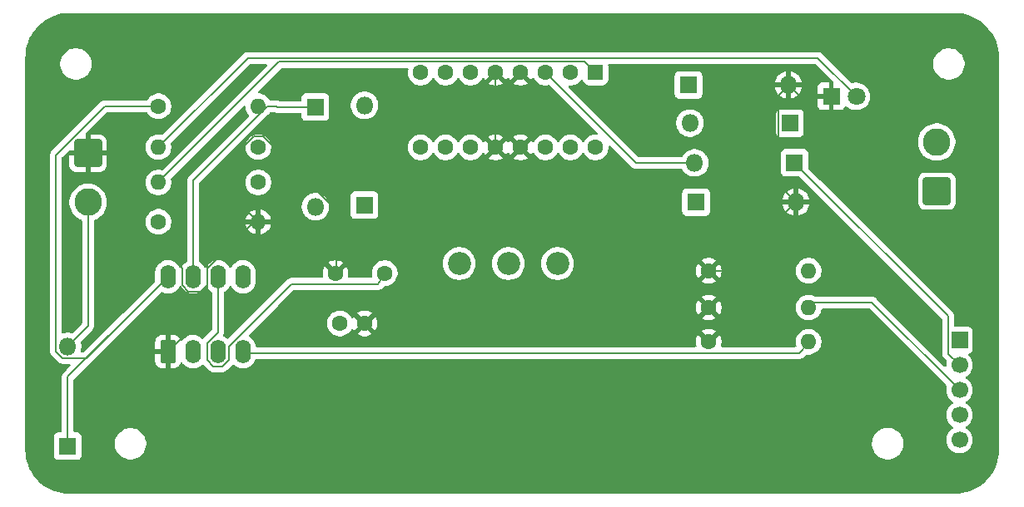
<source format=gbr>
%TF.GenerationSoftware,KiCad,Pcbnew,9.0.1*%
%TF.CreationDate,2025-06-25T16:15:15-04:00*%
%TF.ProjectId,fps555-v5.2,66707335-3535-42d7-9635-2e322e6b6963,rev?*%
%TF.SameCoordinates,Original*%
%TF.FileFunction,Copper,L2,Bot*%
%TF.FilePolarity,Positive*%
%FSLAX46Y46*%
G04 Gerber Fmt 4.6, Leading zero omitted, Abs format (unit mm)*
G04 Created by KiCad (PCBNEW 9.0.1) date 2025-06-25 16:15:15*
%MOMM*%
%LPD*%
G01*
G04 APERTURE LIST*
G04 Aperture macros list*
%AMRoundRect*
0 Rectangle with rounded corners*
0 $1 Rounding radius*
0 $2 $3 $4 $5 $6 $7 $8 $9 X,Y pos of 4 corners*
0 Add a 4 corners polygon primitive as box body*
4,1,4,$2,$3,$4,$5,$6,$7,$8,$9,$2,$3,0*
0 Add four circle primitives for the rounded corners*
1,1,$1+$1,$2,$3*
1,1,$1+$1,$4,$5*
1,1,$1+$1,$6,$7*
1,1,$1+$1,$8,$9*
0 Add four rect primitives between the rounded corners*
20,1,$1+$1,$2,$3,$4,$5,0*
20,1,$1+$1,$4,$5,$6,$7,0*
20,1,$1+$1,$6,$7,$8,$9,0*
20,1,$1+$1,$8,$9,$2,$3,0*%
G04 Aperture macros list end*
%TA.AperFunction,ComponentPad*%
%ADD10C,1.600000*%
%TD*%
%TA.AperFunction,ComponentPad*%
%ADD11R,1.800000X1.800000*%
%TD*%
%TA.AperFunction,ComponentPad*%
%ADD12O,1.800000X1.800000*%
%TD*%
%TA.AperFunction,ComponentPad*%
%ADD13RoundRect,0.250000X0.550000X-0.950000X0.550000X0.950000X-0.550000X0.950000X-0.550000X-0.950000X0*%
%TD*%
%TA.AperFunction,ComponentPad*%
%ADD14O,1.600000X2.400000*%
%TD*%
%TA.AperFunction,ComponentPad*%
%ADD15O,1.600000X1.600000*%
%TD*%
%TA.AperFunction,ComponentPad*%
%ADD16C,1.800000*%
%TD*%
%TA.AperFunction,ComponentPad*%
%ADD17RoundRect,0.250001X1.149999X-1.149999X1.149999X1.149999X-1.149999X1.149999X-1.149999X-1.149999X0*%
%TD*%
%TA.AperFunction,ComponentPad*%
%ADD18C,2.800000*%
%TD*%
%TA.AperFunction,ComponentPad*%
%ADD19R,1.700000X1.700000*%
%TD*%
%TA.AperFunction,ComponentPad*%
%ADD20C,1.700000*%
%TD*%
%TA.AperFunction,ComponentPad*%
%ADD21RoundRect,0.250000X-0.550000X0.550000X-0.550000X-0.550000X0.550000X-0.550000X0.550000X0.550000X0*%
%TD*%
%TA.AperFunction,ComponentPad*%
%ADD22RoundRect,0.250001X-1.149999X1.149999X-1.149999X-1.149999X1.149999X-1.149999X1.149999X1.149999X0*%
%TD*%
%TA.AperFunction,ComponentPad*%
%ADD23C,2.340000*%
%TD*%
%TA.AperFunction,Conductor*%
%ADD24C,0.200000*%
%TD*%
G04 APERTURE END LIST*
D10*
%TO.P,C2,1*%
%TO.N,Net-(U1-THR)*%
X89503900Y-76899000D03*
%TO.P,C2,2*%
%TO.N,GND*%
X84503900Y-76899000D03*
%TD*%
D11*
%TO.P,D6,1,K*%
%TO.N,Net-(D6-K)*%
X120394639Y-57737081D03*
D12*
%TO.P,D6,2,A*%
%TO.N,GND*%
X130554639Y-57737081D03*
%TD*%
D13*
%TO.P,U1,1,GND*%
%TO.N,GND*%
X67453900Y-84899000D03*
D14*
%TO.P,U1,2,TR*%
%TO.N,Net-(U1-THR)*%
X69993900Y-84899000D03*
%TO.P,U1,3,Q*%
%TO.N,Net-(U1-Q)*%
X72533900Y-84899000D03*
%TO.P,U1,4,R*%
%TO.N,Net-(U1-R)*%
X75073900Y-84899000D03*
%TO.P,U1,5,CV*%
%TO.N,Net-(U1-CV)*%
X75073900Y-77279000D03*
%TO.P,U1,6,THR*%
%TO.N,Net-(U1-THR)*%
X72533900Y-77279000D03*
%TO.P,U1,7,DIS*%
%TO.N,Net-(D2-K)*%
X69993900Y-77279000D03*
%TO.P,U1,8,VCC*%
%TO.N,VCC*%
X67453900Y-77279000D03*
%TD*%
D11*
%TO.P,D7,1,K*%
%TO.N,VCC*%
X130701552Y-61617072D03*
D12*
%TO.P,D7,2,A*%
%TO.N,Net-(D6-K)*%
X120541552Y-61617072D03*
%TD*%
D10*
%TO.P,R5,1*%
%TO.N,GND*%
X122453900Y-80399000D03*
D15*
%TO.P,R5,2*%
%TO.N,Net-(U2-2A)*%
X132613900Y-80399000D03*
%TD*%
D11*
%TO.P,D1,1,K*%
%TO.N,GND*%
X134913900Y-58899000D03*
D16*
%TO.P,D1,2,A*%
%TO.N,Net-(D1-A)*%
X137453900Y-58899000D03*
%TD*%
D10*
%TO.P,C1,1*%
%TO.N,Net-(U1-CV)*%
X84953900Y-82032326D03*
%TO.P,C1,2*%
%TO.N,GND*%
X87453900Y-82032326D03*
%TD*%
D17*
%TO.P,M1,1,+*%
%TO.N,Net-(D4-K)*%
X145639567Y-68551775D03*
D18*
%TO.P,M1,2,-*%
%TO.N,Net-(D6-K)*%
X145639567Y-63551775D03*
%TD*%
D19*
%TO.P,U3,1*%
%TO.N,Net-(U2-1A)*%
X147953900Y-83739000D03*
D20*
%TO.P,U3,2*%
%TO.N,VCC*%
X147953900Y-86279000D03*
%TO.P,U3,3*%
%TO.N,Net-(U2-2A)*%
X147953900Y-88819000D03*
%TO.P,U3,4*%
%TO.N,Net-(U1-R)*%
X147953900Y-91359000D03*
%TO.P,U3,5*%
%TO.N,VCC*%
X147953900Y-93899000D03*
%TD*%
D10*
%TO.P,R4,1*%
%TO.N,Net-(U2-EN1\u002C2)*%
X66497108Y-71666498D03*
D15*
%TO.P,R4,2*%
%TO.N,GND*%
X76657108Y-71666498D03*
%TD*%
D10*
%TO.P,R2,1*%
%TO.N,VCC*%
X66497108Y-59899000D03*
D15*
%TO.P,R2,2*%
%TO.N,Net-(D2-K)*%
X76657108Y-59899000D03*
%TD*%
D11*
%TO.P,D2,1,K*%
%TO.N,Net-(D2-K)*%
X82453900Y-59979000D03*
D12*
%TO.P,D2,2,A*%
%TO.N,Net-(D2-A)*%
X82453900Y-70139000D03*
%TD*%
D21*
%TO.P,U2,1,EN1\u002C2*%
%TO.N,Net-(U2-EN1\u002C2)*%
X110941579Y-56485660D03*
D10*
%TO.P,U2,2,1A*%
%TO.N,Net-(U2-1A)*%
X108401579Y-56485660D03*
%TO.P,U2,3,1Y*%
%TO.N,Net-(D4-K)*%
X105861579Y-56485660D03*
%TO.P,U2,4,GND*%
%TO.N,GND*%
X103321579Y-56485660D03*
%TO.P,U2,5,GND*%
X100781579Y-56485660D03*
%TO.P,U2,6,2Y*%
%TO.N,Net-(D6-K)*%
X98241579Y-56485660D03*
%TO.P,U2,7,2A*%
%TO.N,Net-(U2-2A)*%
X95701579Y-56485660D03*
%TO.P,U2,8,VCC2*%
%TO.N,VCC*%
X93161579Y-56485660D03*
%TO.P,U2,9,EN3\u002C4*%
%TO.N,unconnected-(U2-EN3\u002C4-Pad9)*%
X93161579Y-64105660D03*
%TO.P,U2,10,3A*%
%TO.N,unconnected-(U2-3A-Pad10)*%
X95701579Y-64105660D03*
%TO.P,U2,11,3Y*%
%TO.N,unconnected-(U2-3Y-Pad11)*%
X98241579Y-64105660D03*
%TO.P,U2,12,GND*%
%TO.N,GND*%
X100781579Y-64105660D03*
%TO.P,U2,13,GND*%
X103321579Y-64105660D03*
%TO.P,U2,14,4Y*%
%TO.N,unconnected-(U2-4Y-Pad14)*%
X105861579Y-64105660D03*
%TO.P,U2,15,4A*%
%TO.N,unconnected-(U2-4A-Pad15)*%
X108401579Y-64105660D03*
%TO.P,U2,16,VCC1*%
%TO.N,VCC*%
X110941579Y-64105660D03*
%TD*%
D11*
%TO.P,D8,1,K*%
%TO.N,VCC*%
X57259245Y-94519000D03*
D12*
%TO.P,D8,2,A*%
%TO.N,+9V*%
X57259245Y-84359000D03*
%TD*%
D11*
%TO.P,D4,1,K*%
%TO.N,Net-(D4-K)*%
X121158586Y-69666418D03*
D12*
%TO.P,D4,2,A*%
%TO.N,GND*%
X131318586Y-69666418D03*
%TD*%
D10*
%TO.P,R6,1*%
%TO.N,GND*%
X122453900Y-76659568D03*
D15*
%TO.P,R6,2*%
%TO.N,Net-(U2-1A)*%
X132613900Y-76659568D03*
%TD*%
D10*
%TO.P,R1,1*%
%TO.N,Net-(U1-Q)*%
X76657108Y-64070328D03*
D15*
%TO.P,R1,2*%
%TO.N,Net-(D1-A)*%
X66497108Y-64070328D03*
%TD*%
D10*
%TO.P,R7,1*%
%TO.N,GND*%
X122453900Y-83899000D03*
D15*
%TO.P,R7,2*%
%TO.N,Net-(U1-R)*%
X132613900Y-83899000D03*
%TD*%
D11*
%TO.P,D5,1,K*%
%TO.N,VCC*%
X131178053Y-65670384D03*
D12*
%TO.P,D5,2,A*%
%TO.N,Net-(D4-K)*%
X121018053Y-65670384D03*
%TD*%
D22*
%TO.P,J1,1,Pin_1*%
%TO.N,GND*%
X59332944Y-64693835D03*
D18*
%TO.P,J1,2,Pin_2*%
%TO.N,+9V*%
X59332944Y-69693835D03*
%TD*%
D10*
%TO.P,R3,1*%
%TO.N,Net-(U1-Q)*%
X76657108Y-67666498D03*
D15*
%TO.P,R3,2*%
%TO.N,Net-(U2-EN1\u002C2)*%
X66497108Y-67666498D03*
%TD*%
D23*
%TO.P,RV1,1,1*%
%TO.N,Net-(D2-A)*%
X97074328Y-75930214D03*
%TO.P,RV1,2,2*%
%TO.N,Net-(U1-THR)*%
X102074328Y-75930214D03*
%TO.P,RV1,3,3*%
%TO.N,Net-(D3-K)*%
X107074328Y-75930214D03*
%TD*%
D11*
%TO.P,D3,1,K*%
%TO.N,Net-(D3-K)*%
X87453900Y-69979000D03*
D12*
%TO.P,D3,2,A*%
%TO.N,Net-(D2-K)*%
X87453900Y-59819000D03*
%TD*%
D24*
%TO.N,GND*%
X69537851Y-78780000D02*
X70787949Y-78780000D01*
X100781579Y-56485660D02*
X100781579Y-64105660D01*
X75389610Y-70399000D02*
X75233819Y-70399000D01*
X75233819Y-63936567D02*
X76201058Y-62969328D01*
X70787949Y-78780000D02*
X71432900Y-78135049D01*
X76189353Y-71666498D02*
X76657108Y-71666498D01*
X131716558Y-58899000D02*
X130554639Y-57737081D01*
X71432900Y-75467417D02*
X71432900Y-80920000D01*
X129500552Y-58791168D02*
X129500552Y-67848384D01*
X76201058Y-62969328D02*
X77113158Y-62969328D01*
X75233819Y-70399000D02*
X75233819Y-63936567D01*
X71432900Y-80920000D02*
X67453900Y-84899000D01*
X122453900Y-76659568D02*
X124325436Y-76659568D01*
X84953900Y-71899000D02*
X92988239Y-71899000D01*
X68892900Y-76422951D02*
X68892900Y-78135049D01*
X75233819Y-71666498D02*
X75233819Y-70399000D01*
X134913900Y-58899000D02*
X131716558Y-58899000D01*
X130554639Y-57737081D02*
X129500552Y-58791168D01*
X124325436Y-76659568D02*
X131318586Y-69666418D01*
X84953900Y-71899000D02*
X84503900Y-76899000D01*
X75233819Y-71666498D02*
X71432900Y-75467417D01*
X71432900Y-76422951D02*
X76189353Y-71666498D01*
X76657108Y-71666498D02*
X75389610Y-70399000D01*
X129500552Y-67848384D02*
X131318586Y-69666418D01*
X77113158Y-62969328D02*
X84953900Y-70810070D01*
X59332944Y-64693835D02*
X59332944Y-66862995D01*
X59332944Y-66862995D02*
X68892900Y-76422951D01*
X71432900Y-78135049D02*
X71432900Y-76422951D01*
X68892900Y-78135049D02*
X69537851Y-78780000D01*
X92988239Y-71899000D02*
X100781579Y-64105660D01*
X84953900Y-70810070D02*
X84953900Y-71899000D01*
%TO.N,Net-(U1-THR)*%
X72989949Y-86400000D02*
X72077851Y-86400000D01*
X89503900Y-76899000D02*
X88852900Y-78000000D01*
X73634900Y-84365100D02*
X73634900Y-85755049D01*
X72077851Y-86400000D02*
X71432900Y-85755049D01*
X88852900Y-78000000D02*
X80000000Y-78000000D01*
X71432900Y-85755049D02*
X71432900Y-84042951D01*
X73634900Y-85755049D02*
X72989949Y-86400000D01*
X72533900Y-82941951D02*
X72533900Y-77279000D01*
X71432900Y-84042951D02*
X72533900Y-82941951D01*
X80000000Y-78000000D02*
X73634900Y-84365100D01*
%TO.N,Net-(D1-A)*%
X137453900Y-58899000D02*
X133538560Y-54983660D01*
X75583776Y-54983660D02*
X66497108Y-64070328D01*
X133538560Y-54983660D02*
X75583776Y-54983660D01*
%TO.N,Net-(D2-K)*%
X78453900Y-59899000D02*
X78533900Y-59979000D01*
X77570277Y-59899000D02*
X78453900Y-59899000D01*
X78533900Y-59979000D02*
X82453900Y-59979000D01*
X69993900Y-67475377D02*
X69993900Y-77279000D01*
X77570277Y-59899000D02*
X69993900Y-67475377D01*
%TO.N,Net-(D4-K)*%
X115046303Y-65670384D02*
X121018053Y-65670384D01*
X105861579Y-56485660D02*
X115046303Y-65670384D01*
%TO.N,Net-(U2-EN1\u002C2)*%
X78778946Y-55384660D02*
X66497108Y-67666498D01*
X109840579Y-55384660D02*
X78778946Y-55384660D01*
X110941579Y-56485660D02*
X109840579Y-55384660D01*
%TO.N,Net-(U2-2A)*%
X139033900Y-79899000D02*
X133113900Y-79899000D01*
X147953900Y-88819000D02*
X139033900Y-79899000D01*
X133113900Y-79899000D02*
X132613900Y-80399000D01*
%TO.N,Net-(U1-R)*%
X131672918Y-85032762D02*
X132613900Y-84091780D01*
X132613900Y-84091780D02*
X132613900Y-83899000D01*
X75073900Y-84899000D02*
X75207662Y-85032762D01*
X75207662Y-85032762D02*
X131672918Y-85032762D01*
%TO.N,+9V*%
X57259245Y-84359000D02*
X59332944Y-82285301D01*
X59332944Y-82285301D02*
X59332944Y-69693835D01*
%TO.N,VCC*%
X147953900Y-86279000D02*
X146802900Y-85128000D01*
X57259245Y-94519000D02*
X57259245Y-87473655D01*
X56058245Y-84856471D02*
X56761774Y-85560000D01*
X57259245Y-87473655D02*
X67453900Y-77279000D01*
X146802900Y-81295231D02*
X131178053Y-65670384D01*
X66497108Y-59899000D02*
X61041619Y-59899000D01*
X61041619Y-59899000D02*
X56058245Y-64882374D01*
X146802900Y-85128000D02*
X146802900Y-81295231D01*
X56058245Y-64882374D02*
X56058245Y-84856471D01*
X59172900Y-85560000D02*
X67453900Y-77279000D01*
X56761774Y-85560000D02*
X59172900Y-85560000D01*
%TD*%
%TA.AperFunction,Conductor*%
%TO.N,GND*%
G36*
X147456602Y-50399617D02*
G01*
X147840671Y-50416386D01*
X147851406Y-50417326D01*
X148229871Y-50467152D01*
X148240497Y-50469025D01*
X148613184Y-50551648D01*
X148623610Y-50554442D01*
X148987665Y-50669227D01*
X148997811Y-50672920D01*
X149350478Y-50819000D01*
X149360269Y-50823566D01*
X149698842Y-50999816D01*
X149708210Y-51005224D01*
X150030144Y-51210318D01*
X150039005Y-51216523D01*
X150341830Y-51448889D01*
X150350117Y-51455843D01*
X150631535Y-51713715D01*
X150639184Y-51721364D01*
X150897056Y-52002782D01*
X150904010Y-52011069D01*
X151136376Y-52313894D01*
X151142581Y-52322755D01*
X151347675Y-52644689D01*
X151353083Y-52654057D01*
X151529330Y-52992623D01*
X151533902Y-53002427D01*
X151679975Y-53355078D01*
X151683675Y-53365244D01*
X151798454Y-53729278D01*
X151801254Y-53739727D01*
X151883871Y-54112389D01*
X151885749Y-54123042D01*
X151935571Y-54501473D01*
X151936514Y-54512249D01*
X151953282Y-54896297D01*
X151953400Y-54901706D01*
X151953400Y-94896293D01*
X151953282Y-94901702D01*
X151936514Y-95285750D01*
X151935571Y-95296526D01*
X151885749Y-95674957D01*
X151883871Y-95685610D01*
X151801254Y-96058272D01*
X151798454Y-96068721D01*
X151683675Y-96432755D01*
X151679975Y-96442921D01*
X151533902Y-96795572D01*
X151529330Y-96805376D01*
X151353083Y-97143942D01*
X151347675Y-97153310D01*
X151142581Y-97475244D01*
X151136376Y-97484105D01*
X150904010Y-97786930D01*
X150897056Y-97795217D01*
X150639184Y-98076635D01*
X150631535Y-98084284D01*
X150350117Y-98342156D01*
X150341830Y-98349110D01*
X150039005Y-98581476D01*
X150030144Y-98587681D01*
X149708210Y-98792775D01*
X149698842Y-98798183D01*
X149360276Y-98974430D01*
X149350472Y-98979002D01*
X148997821Y-99125075D01*
X148987655Y-99128775D01*
X148623621Y-99243554D01*
X148613172Y-99246354D01*
X148240510Y-99328971D01*
X148229857Y-99330849D01*
X147851426Y-99380671D01*
X147840650Y-99381614D01*
X147456603Y-99398382D01*
X147451194Y-99398500D01*
X57456606Y-99398500D01*
X57451197Y-99398382D01*
X57067149Y-99381614D01*
X57056373Y-99380671D01*
X56677942Y-99330849D01*
X56667289Y-99328971D01*
X56294627Y-99246354D01*
X56284178Y-99243554D01*
X55920144Y-99128775D01*
X55909978Y-99125075D01*
X55557327Y-98979002D01*
X55547523Y-98974430D01*
X55208957Y-98798183D01*
X55199589Y-98792775D01*
X54877655Y-98587681D01*
X54868794Y-98581476D01*
X54565969Y-98349110D01*
X54557682Y-98342156D01*
X54276264Y-98084284D01*
X54268615Y-98076635D01*
X54010743Y-97795217D01*
X54003789Y-97786930D01*
X53771423Y-97484105D01*
X53765218Y-97475244D01*
X53560124Y-97153310D01*
X53554716Y-97143942D01*
X53378469Y-96805376D01*
X53373897Y-96795572D01*
X53227824Y-96442921D01*
X53224124Y-96432755D01*
X53109342Y-96068710D01*
X53106548Y-96058284D01*
X53023925Y-95685597D01*
X53022052Y-95674971D01*
X52972226Y-95296506D01*
X52971286Y-95285771D01*
X52954518Y-94901702D01*
X52954400Y-94896293D01*
X52954400Y-84935525D01*
X55457743Y-84935525D01*
X55486094Y-85041330D01*
X55498668Y-85088256D01*
X55504712Y-85098725D01*
X55519274Y-85123945D01*
X55519275Y-85123949D01*
X55577720Y-85225180D01*
X55577726Y-85225188D01*
X55696594Y-85344056D01*
X55696600Y-85344061D01*
X56276913Y-85924374D01*
X56276923Y-85924385D01*
X56281253Y-85928715D01*
X56281254Y-85928716D01*
X56393058Y-86040520D01*
X56471716Y-86085932D01*
X56479869Y-86090639D01*
X56479871Y-86090641D01*
X56529987Y-86119576D01*
X56529989Y-86119577D01*
X56682716Y-86160500D01*
X56682717Y-86160500D01*
X57423803Y-86160500D01*
X57490842Y-86180185D01*
X57536597Y-86232989D01*
X57546541Y-86302147D01*
X57517516Y-86365703D01*
X57511487Y-86372177D01*
X57125163Y-86758501D01*
X56890531Y-86993133D01*
X56778726Y-87104937D01*
X56778724Y-87104940D01*
X56728606Y-87191749D01*
X56728604Y-87191751D01*
X56699670Y-87241864D01*
X56699669Y-87241865D01*
X56699668Y-87241870D01*
X56658744Y-87394598D01*
X56658744Y-87394600D01*
X56658744Y-87562701D01*
X56658745Y-87562714D01*
X56658745Y-92994500D01*
X56639060Y-93061539D01*
X56586256Y-93107294D01*
X56534746Y-93118500D01*
X56311375Y-93118500D01*
X56311368Y-93118501D01*
X56251761Y-93124908D01*
X56116916Y-93175202D01*
X56116909Y-93175206D01*
X56001700Y-93261452D01*
X56001697Y-93261455D01*
X55915451Y-93376664D01*
X55915447Y-93376671D01*
X55865153Y-93511517D01*
X55858746Y-93571116D01*
X55858746Y-93571123D01*
X55858745Y-93571135D01*
X55858745Y-95466870D01*
X55858746Y-95466876D01*
X55865153Y-95526483D01*
X55915447Y-95661328D01*
X55915451Y-95661335D01*
X56001697Y-95776544D01*
X56001700Y-95776547D01*
X56116909Y-95862793D01*
X56116916Y-95862797D01*
X56251762Y-95913091D01*
X56251761Y-95913091D01*
X56258689Y-95913835D01*
X56311372Y-95919500D01*
X58207117Y-95919499D01*
X58266728Y-95913091D01*
X58401576Y-95862796D01*
X58516791Y-95776546D01*
X58603041Y-95661331D01*
X58653336Y-95526483D01*
X58659745Y-95466873D01*
X58659744Y-94166433D01*
X62051901Y-94166433D01*
X62051901Y-94418356D01*
X62091311Y-94667180D01*
X62169161Y-94906778D01*
X62244200Y-95054048D01*
X62272265Y-95109130D01*
X62283533Y-95131243D01*
X62431602Y-95335044D01*
X62431606Y-95335049D01*
X62609746Y-95513189D01*
X62609751Y-95513193D01*
X62701639Y-95579953D01*
X62813556Y-95661265D01*
X62956585Y-95734142D01*
X63038017Y-95775634D01*
X63038019Y-95775634D01*
X63038022Y-95775636D01*
X63277616Y-95853485D01*
X63526439Y-95892895D01*
X63526440Y-95892895D01*
X63778362Y-95892895D01*
X63778363Y-95892895D01*
X64027186Y-95853485D01*
X64266780Y-95775636D01*
X64491246Y-95661265D01*
X64695057Y-95513188D01*
X64873194Y-95335051D01*
X65021271Y-95131240D01*
X65135642Y-94906774D01*
X65213491Y-94667180D01*
X65252901Y-94418357D01*
X65252901Y-94166433D01*
X65249399Y-94144320D01*
X139055247Y-94144320D01*
X139055247Y-94396244D01*
X139088599Y-94606816D01*
X139094657Y-94645067D01*
X139172507Y-94884665D01*
X139195153Y-94929109D01*
X139258814Y-95054051D01*
X139286879Y-95109130D01*
X139434948Y-95312931D01*
X139434952Y-95312936D01*
X139613092Y-95491076D01*
X139613097Y-95491080D01*
X139735421Y-95579953D01*
X139816902Y-95639152D01*
X139959931Y-95712029D01*
X140041363Y-95753521D01*
X140041365Y-95753521D01*
X140041368Y-95753523D01*
X140280962Y-95831372D01*
X140529785Y-95870782D01*
X140529786Y-95870782D01*
X140781708Y-95870782D01*
X140781709Y-95870782D01*
X141030532Y-95831372D01*
X141270126Y-95753523D01*
X141494592Y-95639152D01*
X141698403Y-95491075D01*
X141876540Y-95312938D01*
X142024617Y-95109127D01*
X142138988Y-94884661D01*
X142216837Y-94645067D01*
X142256247Y-94396244D01*
X142256247Y-94144320D01*
X142216837Y-93895497D01*
X142138988Y-93655903D01*
X142138986Y-93655900D01*
X142138986Y-93655898D01*
X142095787Y-93571116D01*
X142024617Y-93431437D01*
X141984822Y-93376664D01*
X141876545Y-93227632D01*
X141876541Y-93227627D01*
X141698401Y-93049487D01*
X141698396Y-93049483D01*
X141494595Y-92901414D01*
X141494594Y-92901413D01*
X141494592Y-92901412D01*
X141424494Y-92865695D01*
X141270130Y-92787042D01*
X141030532Y-92709192D01*
X140781709Y-92669782D01*
X140529785Y-92669782D01*
X140405373Y-92689487D01*
X140280961Y-92709192D01*
X140041363Y-92787042D01*
X139816898Y-92901414D01*
X139613097Y-93049483D01*
X139613092Y-93049487D01*
X139434952Y-93227627D01*
X139434948Y-93227632D01*
X139286879Y-93431433D01*
X139172507Y-93655898D01*
X139094657Y-93895496D01*
X139077268Y-94005286D01*
X139055247Y-94144320D01*
X65249399Y-94144320D01*
X65213491Y-93917610D01*
X65135642Y-93678016D01*
X65135640Y-93678013D01*
X65135640Y-93678011D01*
X65081174Y-93571116D01*
X65021271Y-93453550D01*
X64965410Y-93376664D01*
X64873199Y-93249745D01*
X64873195Y-93249740D01*
X64695055Y-93071600D01*
X64695050Y-93071596D01*
X64491249Y-92923527D01*
X64491248Y-92923526D01*
X64491246Y-92923525D01*
X64421148Y-92887808D01*
X64266784Y-92809155D01*
X64027186Y-92731305D01*
X63887571Y-92709192D01*
X63778363Y-92691895D01*
X63526439Y-92691895D01*
X63417231Y-92709192D01*
X63277615Y-92731305D01*
X63038017Y-92809155D01*
X62813552Y-92923527D01*
X62609751Y-93071596D01*
X62609746Y-93071600D01*
X62431606Y-93249740D01*
X62431602Y-93249745D01*
X62283533Y-93453546D01*
X62169161Y-93678011D01*
X62091311Y-93917609D01*
X62051901Y-94166433D01*
X58659744Y-94166433D01*
X58659744Y-93571128D01*
X58653336Y-93511517D01*
X58631714Y-93453546D01*
X58603042Y-93376671D01*
X58603038Y-93376664D01*
X58516792Y-93261455D01*
X58516789Y-93261452D01*
X58401580Y-93175206D01*
X58401573Y-93175202D01*
X58266727Y-93124908D01*
X58266728Y-93124908D01*
X58207128Y-93118501D01*
X58207126Y-93118500D01*
X58207118Y-93118500D01*
X58207110Y-93118500D01*
X57983745Y-93118500D01*
X57916706Y-93098815D01*
X57870951Y-93046011D01*
X57859745Y-92994500D01*
X57859745Y-87773751D01*
X57879430Y-87706712D01*
X57896059Y-87686075D01*
X59541613Y-86040521D01*
X59541616Y-86040520D01*
X59653420Y-85928716D01*
X59653421Y-85928713D01*
X63727327Y-81854808D01*
X66720881Y-78861253D01*
X66782202Y-78827770D01*
X66851894Y-78832754D01*
X66864851Y-78838449D01*
X66879843Y-78846088D01*
X66954676Y-78884218D01*
X66954678Y-78884218D01*
X66954681Y-78884220D01*
X67029718Y-78908601D01*
X67149365Y-78947477D01*
X67250457Y-78963488D01*
X67351548Y-78979500D01*
X67351549Y-78979500D01*
X67556251Y-78979500D01*
X67556252Y-78979500D01*
X67758434Y-78947477D01*
X67953119Y-78884220D01*
X68135510Y-78791287D01*
X68228490Y-78723732D01*
X68301113Y-78670971D01*
X68301115Y-78670968D01*
X68301119Y-78670966D01*
X68445866Y-78526219D01*
X68445868Y-78526215D01*
X68445871Y-78526213D01*
X68550813Y-78381770D01*
X68566187Y-78360610D01*
X68613416Y-78267917D01*
X68661389Y-78217123D01*
X68729210Y-78200328D01*
X68795345Y-78222865D01*
X68834383Y-78267917D01*
X68878248Y-78354006D01*
X68881615Y-78360614D01*
X69001928Y-78526213D01*
X69146686Y-78670971D01*
X69301649Y-78783556D01*
X69312290Y-78791287D01*
X69410960Y-78841562D01*
X69494676Y-78884218D01*
X69494678Y-78884218D01*
X69494681Y-78884220D01*
X69569718Y-78908601D01*
X69689365Y-78947477D01*
X69790457Y-78963488D01*
X69891548Y-78979500D01*
X69891549Y-78979500D01*
X70096251Y-78979500D01*
X70096252Y-78979500D01*
X70298434Y-78947477D01*
X70493119Y-78884220D01*
X70675510Y-78791287D01*
X70768490Y-78723732D01*
X70841113Y-78670971D01*
X70841115Y-78670968D01*
X70841119Y-78670966D01*
X70985866Y-78526219D01*
X70985868Y-78526215D01*
X70985871Y-78526213D01*
X71090813Y-78381770D01*
X71106187Y-78360610D01*
X71153416Y-78267917D01*
X71201389Y-78217123D01*
X71269210Y-78200328D01*
X71335345Y-78222865D01*
X71374383Y-78267917D01*
X71418248Y-78354006D01*
X71421615Y-78360614D01*
X71541928Y-78526213D01*
X71541934Y-78526219D01*
X71686681Y-78670966D01*
X71852290Y-78791287D01*
X71865693Y-78798116D01*
X71916489Y-78846088D01*
X71933400Y-78908601D01*
X71933400Y-82641853D01*
X71913715Y-82708892D01*
X71897081Y-82729534D01*
X71068031Y-83558584D01*
X71006708Y-83592069D01*
X70937016Y-83587085D01*
X70892669Y-83558584D01*
X70841113Y-83507028D01*
X70675513Y-83386715D01*
X70675512Y-83386714D01*
X70675510Y-83386713D01*
X70602631Y-83349579D01*
X70493123Y-83293781D01*
X70298434Y-83230522D01*
X70123895Y-83202878D01*
X70096252Y-83198500D01*
X69891548Y-83198500D01*
X69867229Y-83202351D01*
X69689365Y-83230522D01*
X69494676Y-83293781D01*
X69312286Y-83386715D01*
X69146686Y-83507028D01*
X69001932Y-83651782D01*
X68933516Y-83745949D01*
X68878186Y-83788614D01*
X68808572Y-83794593D01*
X68746777Y-83761987D01*
X68715492Y-83712067D01*
X68688258Y-83629880D01*
X68688256Y-83629875D01*
X68596215Y-83480654D01*
X68472245Y-83356684D01*
X68323024Y-83264643D01*
X68323019Y-83264641D01*
X68156597Y-83209494D01*
X68156590Y-83209493D01*
X68053886Y-83199000D01*
X67703900Y-83199000D01*
X67703900Y-84583314D01*
X67699506Y-84578920D01*
X67608294Y-84526259D01*
X67506561Y-84499000D01*
X67401239Y-84499000D01*
X67299506Y-84526259D01*
X67208294Y-84578920D01*
X67203900Y-84583314D01*
X67203900Y-83199000D01*
X66853928Y-83199000D01*
X66853912Y-83199001D01*
X66751202Y-83209494D01*
X66584780Y-83264641D01*
X66584775Y-83264643D01*
X66435554Y-83356684D01*
X66311584Y-83480654D01*
X66219543Y-83629875D01*
X66219541Y-83629880D01*
X66164394Y-83796302D01*
X66164393Y-83796309D01*
X66153900Y-83899013D01*
X66153900Y-84649000D01*
X67138214Y-84649000D01*
X67133820Y-84653394D01*
X67081159Y-84744606D01*
X67053900Y-84846339D01*
X67053900Y-84951661D01*
X67081159Y-85053394D01*
X67133820Y-85144606D01*
X67138214Y-85149000D01*
X66153901Y-85149000D01*
X66153901Y-85898986D01*
X66164394Y-86001697D01*
X66219541Y-86168119D01*
X66219543Y-86168124D01*
X66311584Y-86317345D01*
X66435554Y-86441315D01*
X66584775Y-86533356D01*
X66584780Y-86533358D01*
X66751202Y-86588505D01*
X66751209Y-86588506D01*
X66853919Y-86598999D01*
X67203899Y-86598999D01*
X67203900Y-86598998D01*
X67203900Y-85214686D01*
X67208294Y-85219080D01*
X67299506Y-85271741D01*
X67401239Y-85299000D01*
X67506561Y-85299000D01*
X67608294Y-85271741D01*
X67699506Y-85219080D01*
X67703900Y-85214686D01*
X67703900Y-86598999D01*
X68053872Y-86598999D01*
X68053886Y-86598998D01*
X68156597Y-86588505D01*
X68323019Y-86533358D01*
X68323024Y-86533356D01*
X68472245Y-86441315D01*
X68596215Y-86317345D01*
X68688256Y-86168124D01*
X68688259Y-86168117D01*
X68715492Y-86085932D01*
X68755264Y-86028487D01*
X68819779Y-86001663D01*
X68888555Y-86013977D01*
X68933517Y-86052050D01*
X69001934Y-86146219D01*
X69146686Y-86290971D01*
X69301649Y-86403556D01*
X69312290Y-86411287D01*
X69373826Y-86442641D01*
X69494676Y-86504218D01*
X69494678Y-86504218D01*
X69494681Y-86504220D01*
X69584359Y-86533358D01*
X69689365Y-86567477D01*
X69790457Y-86583488D01*
X69891548Y-86599500D01*
X69891549Y-86599500D01*
X70096251Y-86599500D01*
X70096252Y-86599500D01*
X70298434Y-86567477D01*
X70493119Y-86504220D01*
X70675510Y-86411287D01*
X70768490Y-86343732D01*
X70841113Y-86290971D01*
X70841115Y-86290968D01*
X70841119Y-86290966D01*
X70892669Y-86239416D01*
X70900604Y-86235082D01*
X70906024Y-86227841D01*
X70930794Y-86218597D01*
X70953992Y-86205931D01*
X70963011Y-86206576D01*
X70971485Y-86203414D01*
X70997316Y-86209029D01*
X71023684Y-86210915D01*
X71032730Y-86216727D01*
X71039760Y-86218256D01*
X71052114Y-86227503D01*
X71052354Y-86227144D01*
X71052357Y-86227146D01*
X71059903Y-86233333D01*
X71067977Y-86239376D01*
X71068018Y-86239402D01*
X71071243Y-86242627D01*
X71071244Y-86242629D01*
X71071249Y-86242634D01*
X71071255Y-86242639D01*
X71592990Y-86764374D01*
X71593000Y-86764385D01*
X71597330Y-86768715D01*
X71597331Y-86768716D01*
X71709135Y-86880520D01*
X71709137Y-86880521D01*
X71709141Y-86880524D01*
X71846060Y-86959573D01*
X71846067Y-86959577D01*
X71947725Y-86986816D01*
X71998793Y-87000500D01*
X71998794Y-87000500D01*
X72903280Y-87000500D01*
X72903296Y-87000501D01*
X72910892Y-87000501D01*
X73069003Y-87000501D01*
X73069006Y-87000501D01*
X73221734Y-86959577D01*
X73271853Y-86930639D01*
X73358665Y-86880520D01*
X73470469Y-86768716D01*
X73470469Y-86768714D01*
X73480677Y-86758507D01*
X73480679Y-86758504D01*
X73997666Y-86241516D01*
X73999789Y-86239395D01*
X74026704Y-86224706D01*
X74025628Y-86222553D01*
X74025634Y-86222550D01*
X74026710Y-86224703D01*
X74031705Y-86221977D01*
X74061092Y-86205931D01*
X74061107Y-86205932D01*
X74061120Y-86205925D01*
X74095820Y-86208414D01*
X74130784Y-86210915D01*
X74130798Y-86210924D01*
X74130811Y-86210925D01*
X74130880Y-86210976D01*
X74175131Y-86239416D01*
X74226686Y-86290971D01*
X74381649Y-86403556D01*
X74392290Y-86411287D01*
X74453826Y-86442641D01*
X74574676Y-86504218D01*
X74574678Y-86504218D01*
X74574681Y-86504220D01*
X74664359Y-86533358D01*
X74769365Y-86567477D01*
X74870457Y-86583488D01*
X74971548Y-86599500D01*
X74971549Y-86599500D01*
X75176251Y-86599500D01*
X75176252Y-86599500D01*
X75378434Y-86567477D01*
X75573119Y-86504220D01*
X75755510Y-86411287D01*
X75848490Y-86343732D01*
X75921113Y-86290971D01*
X75921115Y-86290968D01*
X75921119Y-86290966D01*
X76065866Y-86146219D01*
X76065868Y-86146215D01*
X76065871Y-86146213D01*
X76142660Y-86040520D01*
X76186187Y-85980610D01*
X76279120Y-85798219D01*
X76304878Y-85718941D01*
X76344316Y-85661268D01*
X76408674Y-85634070D01*
X76422809Y-85633262D01*
X131586249Y-85633262D01*
X131586265Y-85633263D01*
X131593861Y-85633263D01*
X131751972Y-85633263D01*
X131751975Y-85633263D01*
X131904703Y-85592339D01*
X131966232Y-85556815D01*
X132041634Y-85513282D01*
X132153438Y-85401478D01*
X132153438Y-85401476D01*
X132163641Y-85391274D01*
X132163645Y-85391268D01*
X132332088Y-85222825D01*
X132393409Y-85189342D01*
X132439164Y-85188035D01*
X132511548Y-85199500D01*
X132511549Y-85199500D01*
X132716251Y-85199500D01*
X132716252Y-85199500D01*
X132918434Y-85167477D01*
X133113119Y-85104220D01*
X133295510Y-85011287D01*
X133399788Y-84935525D01*
X133461113Y-84890971D01*
X133461115Y-84890968D01*
X133461119Y-84890966D01*
X133605866Y-84746219D01*
X133605868Y-84746215D01*
X133605871Y-84746213D01*
X133676499Y-84649000D01*
X133726187Y-84580610D01*
X133819120Y-84398219D01*
X133882377Y-84203534D01*
X133914400Y-84001352D01*
X133914400Y-83796648D01*
X133906157Y-83744606D01*
X133882377Y-83594465D01*
X133845397Y-83480654D01*
X133819120Y-83399781D01*
X133819118Y-83399778D01*
X133819118Y-83399776D01*
X133784750Y-83332326D01*
X133726187Y-83217390D01*
X133701471Y-83183371D01*
X133605871Y-83051786D01*
X133461113Y-82907028D01*
X133295513Y-82786715D01*
X133295512Y-82786714D01*
X133295510Y-82786713D01*
X133238553Y-82757691D01*
X133113123Y-82693781D01*
X132918434Y-82630522D01*
X132743895Y-82602878D01*
X132716252Y-82598500D01*
X132511548Y-82598500D01*
X132487229Y-82602351D01*
X132309365Y-82630522D01*
X132114676Y-82693781D01*
X131932286Y-82786715D01*
X131766686Y-82907028D01*
X131621928Y-83051786D01*
X131501615Y-83217386D01*
X131408681Y-83399776D01*
X131345422Y-83594465D01*
X131321430Y-83745949D01*
X131313400Y-83796648D01*
X131313400Y-84001352D01*
X131316604Y-84021580D01*
X131345423Y-84203535D01*
X131345423Y-84203538D01*
X131367000Y-84269944D01*
X131368995Y-84339785D01*
X131332914Y-84399618D01*
X131270213Y-84430446D01*
X131249069Y-84432262D01*
X123818205Y-84432262D01*
X123751166Y-84412577D01*
X123705411Y-84359773D01*
X123695467Y-84290615D01*
X123700274Y-84269943D01*
X123721890Y-84203417D01*
X123753900Y-84001317D01*
X123753900Y-83796682D01*
X123721890Y-83594582D01*
X123658655Y-83399968D01*
X123565759Y-83217650D01*
X123533374Y-83173077D01*
X123533374Y-83173076D01*
X122853900Y-83852551D01*
X122853900Y-83846339D01*
X122826641Y-83744606D01*
X122773980Y-83653394D01*
X122699506Y-83578920D01*
X122608294Y-83526259D01*
X122506561Y-83499000D01*
X122500346Y-83499000D01*
X123179822Y-82819524D01*
X123179821Y-82819523D01*
X123135259Y-82787147D01*
X123135250Y-82787141D01*
X122952931Y-82694244D01*
X122758317Y-82631009D01*
X122556217Y-82599000D01*
X122351583Y-82599000D01*
X122149482Y-82631009D01*
X121954868Y-82694244D01*
X121772544Y-82787143D01*
X121727977Y-82819523D01*
X121727977Y-82819524D01*
X122407454Y-83499000D01*
X122401239Y-83499000D01*
X122299506Y-83526259D01*
X122208294Y-83578920D01*
X122133820Y-83653394D01*
X122081159Y-83744606D01*
X122053900Y-83846339D01*
X122053900Y-83852553D01*
X121374424Y-83173077D01*
X121374423Y-83173077D01*
X121342043Y-83217644D01*
X121249144Y-83399968D01*
X121185909Y-83594582D01*
X121153900Y-83796682D01*
X121153900Y-84001317D01*
X121185909Y-84203417D01*
X121207526Y-84269943D01*
X121209521Y-84339784D01*
X121173442Y-84399617D01*
X121110741Y-84430446D01*
X121089595Y-84432262D01*
X76485946Y-84432262D01*
X76418907Y-84412577D01*
X76373152Y-84359773D01*
X76363473Y-84327660D01*
X76342377Y-84194466D01*
X76279120Y-83999781D01*
X76279118Y-83999778D01*
X76279118Y-83999776D01*
X76200937Y-83846339D01*
X76186187Y-83817390D01*
X76145935Y-83761987D01*
X76065871Y-83651786D01*
X75921113Y-83507028D01*
X75755514Y-83386715D01*
X75751170Y-83384501D01*
X75713485Y-83365300D01*
X75662690Y-83317327D01*
X75645895Y-83249506D01*
X75668432Y-83183371D01*
X75682100Y-83167135D01*
X76919261Y-81929974D01*
X83653400Y-81929974D01*
X83653400Y-82134677D01*
X83685422Y-82336860D01*
X83748681Y-82531549D01*
X83804885Y-82641853D01*
X83841485Y-82713685D01*
X83841615Y-82713939D01*
X83961928Y-82879539D01*
X84106686Y-83024297D01*
X84227126Y-83111800D01*
X84272290Y-83144613D01*
X84336032Y-83177091D01*
X84454676Y-83237544D01*
X84454678Y-83237544D01*
X84454681Y-83237546D01*
X84538071Y-83264641D01*
X84649365Y-83300803D01*
X84750457Y-83316814D01*
X84851548Y-83332826D01*
X84851549Y-83332826D01*
X85056251Y-83332826D01*
X85056252Y-83332826D01*
X85258434Y-83300803D01*
X85453119Y-83237546D01*
X85635510Y-83144613D01*
X85750450Y-83061105D01*
X85801113Y-83024297D01*
X85801115Y-83024294D01*
X85801119Y-83024292D01*
X85945866Y-82879545D01*
X85945868Y-82879541D01*
X85945871Y-82879539D01*
X86066186Y-82713937D01*
X86066315Y-82713685D01*
X86093695Y-82659947D01*
X86141669Y-82609152D01*
X86209489Y-82592356D01*
X86275625Y-82614893D01*
X86314665Y-82659947D01*
X86342041Y-82713676D01*
X86342047Y-82713685D01*
X86374423Y-82758247D01*
X86374424Y-82758248D01*
X87053900Y-82078772D01*
X87053900Y-82084987D01*
X87081159Y-82186720D01*
X87133820Y-82277932D01*
X87208294Y-82352406D01*
X87299506Y-82405067D01*
X87401239Y-82432326D01*
X87407453Y-82432326D01*
X86727976Y-83111800D01*
X86772550Y-83144185D01*
X86954868Y-83237081D01*
X87149482Y-83300316D01*
X87351583Y-83332326D01*
X87556217Y-83332326D01*
X87758317Y-83300316D01*
X87952931Y-83237081D01*
X88135249Y-83144185D01*
X88179821Y-83111800D01*
X87500347Y-82432326D01*
X87506561Y-82432326D01*
X87608294Y-82405067D01*
X87699506Y-82352406D01*
X87773980Y-82277932D01*
X87826641Y-82186720D01*
X87853900Y-82084987D01*
X87853900Y-82078773D01*
X88533374Y-82758247D01*
X88565759Y-82713675D01*
X88658655Y-82531357D01*
X88721890Y-82336743D01*
X88753900Y-82134643D01*
X88753900Y-81930008D01*
X88721890Y-81727908D01*
X88658654Y-81533291D01*
X88635328Y-81487511D01*
X88635327Y-81487510D01*
X88565759Y-81350976D01*
X88533374Y-81306403D01*
X88533374Y-81306402D01*
X87853900Y-81985877D01*
X87853900Y-81979665D01*
X87826641Y-81877932D01*
X87773980Y-81786720D01*
X87699506Y-81712246D01*
X87608294Y-81659585D01*
X87506561Y-81632326D01*
X87500346Y-81632326D01*
X88179822Y-80952850D01*
X88179821Y-80952849D01*
X88135259Y-80920473D01*
X88135250Y-80920467D01*
X87952931Y-80827570D01*
X87758317Y-80764335D01*
X87556217Y-80732326D01*
X87351583Y-80732326D01*
X87149482Y-80764335D01*
X86954868Y-80827570D01*
X86772544Y-80920469D01*
X86727977Y-80952849D01*
X86727977Y-80952850D01*
X87407454Y-81632326D01*
X87401239Y-81632326D01*
X87299506Y-81659585D01*
X87208294Y-81712246D01*
X87133820Y-81786720D01*
X87081159Y-81877932D01*
X87053900Y-81979665D01*
X87053900Y-81985879D01*
X86374424Y-81306403D01*
X86374423Y-81306403D01*
X86342043Y-81350970D01*
X86314665Y-81404704D01*
X86266690Y-81455500D01*
X86198869Y-81472295D01*
X86132734Y-81449757D01*
X86093695Y-81404704D01*
X86083294Y-81384291D01*
X86066187Y-81350716D01*
X86066185Y-81350713D01*
X86066184Y-81350711D01*
X85945871Y-81185112D01*
X85801113Y-81040354D01*
X85635513Y-80920041D01*
X85635512Y-80920040D01*
X85635510Y-80920039D01*
X85578553Y-80891017D01*
X85453123Y-80827107D01*
X85258434Y-80763848D01*
X85083895Y-80736204D01*
X85056252Y-80731826D01*
X84851548Y-80731826D01*
X84827229Y-80735677D01*
X84649365Y-80763848D01*
X84454676Y-80827107D01*
X84272286Y-80920041D01*
X84106686Y-81040354D01*
X83961928Y-81185112D01*
X83841615Y-81350712D01*
X83748681Y-81533102D01*
X83685422Y-81727791D01*
X83653400Y-81929974D01*
X76919261Y-81929974D01*
X77011814Y-81837421D01*
X78552554Y-80296682D01*
X121153900Y-80296682D01*
X121153900Y-80501317D01*
X121185909Y-80703417D01*
X121249144Y-80898031D01*
X121342041Y-81080350D01*
X121342047Y-81080359D01*
X121374423Y-81124921D01*
X121374424Y-81124922D01*
X122053900Y-80445446D01*
X122053900Y-80451661D01*
X122081159Y-80553394D01*
X122133820Y-80644606D01*
X122208294Y-80719080D01*
X122299506Y-80771741D01*
X122401239Y-80799000D01*
X122407453Y-80799000D01*
X121727976Y-81478474D01*
X121772550Y-81510859D01*
X121954868Y-81603755D01*
X122149482Y-81666990D01*
X122351583Y-81699000D01*
X122556217Y-81699000D01*
X122758317Y-81666990D01*
X122952931Y-81603755D01*
X123135249Y-81510859D01*
X123179821Y-81478474D01*
X122500347Y-80799000D01*
X122506561Y-80799000D01*
X122608294Y-80771741D01*
X122699506Y-80719080D01*
X122773980Y-80644606D01*
X122826641Y-80553394D01*
X122853900Y-80451661D01*
X122853900Y-80445447D01*
X123533374Y-81124921D01*
X123565759Y-81080349D01*
X123658655Y-80898031D01*
X123721890Y-80703417D01*
X123753900Y-80501317D01*
X123753900Y-80296682D01*
X123721890Y-80094582D01*
X123658655Y-79899968D01*
X123565759Y-79717650D01*
X123533374Y-79673077D01*
X123533374Y-79673076D01*
X122853900Y-80352551D01*
X122853900Y-80346339D01*
X122826641Y-80244606D01*
X122773980Y-80153394D01*
X122699506Y-80078920D01*
X122608294Y-80026259D01*
X122506561Y-79999000D01*
X122500346Y-79999000D01*
X123179822Y-79319524D01*
X123179821Y-79319523D01*
X123135259Y-79287147D01*
X123135250Y-79287141D01*
X122952931Y-79194244D01*
X122758317Y-79131009D01*
X122556217Y-79099000D01*
X122351583Y-79099000D01*
X122149482Y-79131009D01*
X121954868Y-79194244D01*
X121772544Y-79287143D01*
X121727977Y-79319523D01*
X121727977Y-79319524D01*
X122407454Y-79999000D01*
X122401239Y-79999000D01*
X122299506Y-80026259D01*
X122208294Y-80078920D01*
X122133820Y-80153394D01*
X122081159Y-80244606D01*
X122053900Y-80346339D01*
X122053900Y-80352553D01*
X121374424Y-79673077D01*
X121374423Y-79673077D01*
X121342043Y-79717644D01*
X121249144Y-79899968D01*
X121185909Y-80094582D01*
X121153900Y-80296682D01*
X78552554Y-80296682D01*
X78645101Y-80204135D01*
X80212417Y-78636819D01*
X80273740Y-78603334D01*
X80300098Y-78600500D01*
X88849745Y-78600500D01*
X88925717Y-78601289D01*
X88928789Y-78600500D01*
X88931957Y-78600500D01*
X89004794Y-78580982D01*
X89005753Y-78580730D01*
X89078861Y-78561954D01*
X89078865Y-78561951D01*
X89082322Y-78560562D01*
X89082322Y-78560561D01*
X89082335Y-78560557D01*
X89084476Y-78559696D01*
X89084680Y-78559577D01*
X89084684Y-78559577D01*
X89150473Y-78521593D01*
X89216606Y-78484322D01*
X89218861Y-78482111D01*
X89221608Y-78480526D01*
X89221611Y-78480522D01*
X89221616Y-78480520D01*
X89275371Y-78426764D01*
X89329565Y-78373685D01*
X89331174Y-78370961D01*
X89333417Y-78368719D01*
X89333417Y-78368718D01*
X89333420Y-78368716D01*
X89371200Y-78303276D01*
X89371645Y-78302516D01*
X89396556Y-78260385D01*
X89447622Y-78212699D01*
X89503292Y-78199500D01*
X89606251Y-78199500D01*
X89606252Y-78199500D01*
X89808434Y-78167477D01*
X90003119Y-78104220D01*
X90185510Y-78011287D01*
X90300754Y-77927558D01*
X90351113Y-77890971D01*
X90351115Y-77890968D01*
X90351119Y-77890966D01*
X90495866Y-77746219D01*
X90495868Y-77746215D01*
X90495871Y-77746213D01*
X90564658Y-77651534D01*
X90616187Y-77580610D01*
X90709120Y-77398219D01*
X90772377Y-77203534D01*
X90804400Y-77001352D01*
X90804400Y-76796648D01*
X90784442Y-76670640D01*
X90772377Y-76594465D01*
X90731393Y-76468331D01*
X90709120Y-76399781D01*
X90709118Y-76399778D01*
X90709118Y-76399776D01*
X90651567Y-76286827D01*
X90616187Y-76217390D01*
X90583992Y-76173077D01*
X90495871Y-76051786D01*
X90351113Y-75907028D01*
X90232312Y-75820716D01*
X95403828Y-75820716D01*
X95403828Y-76039711D01*
X95419711Y-76160349D01*
X95432411Y-76256812D01*
X95441325Y-76290080D01*
X95489085Y-76468326D01*
X95489087Y-76468331D01*
X95572888Y-76670642D01*
X95572890Y-76670647D01*
X95572893Y-76670652D01*
X95682377Y-76860284D01*
X95815683Y-77034012D01*
X95815689Y-77034019D01*
X95970522Y-77188852D01*
X95970529Y-77188858D01*
X96144257Y-77322164D01*
X96333889Y-77431648D01*
X96333891Y-77431648D01*
X96333900Y-77431654D01*
X96536211Y-77515455D01*
X96747730Y-77572131D01*
X96964838Y-77600714D01*
X96964845Y-77600714D01*
X97183811Y-77600714D01*
X97183818Y-77600714D01*
X97400926Y-77572131D01*
X97612445Y-77515455D01*
X97814756Y-77431654D01*
X98004399Y-77322164D01*
X98178128Y-77188857D01*
X98332971Y-77034014D01*
X98466278Y-76860285D01*
X98575768Y-76670642D01*
X98659569Y-76468331D01*
X98716245Y-76256812D01*
X98744828Y-76039704D01*
X98744828Y-75820724D01*
X98744827Y-75820716D01*
X100403828Y-75820716D01*
X100403828Y-76039711D01*
X100419711Y-76160349D01*
X100432411Y-76256812D01*
X100441325Y-76290080D01*
X100489085Y-76468326D01*
X100489087Y-76468331D01*
X100572888Y-76670642D01*
X100572890Y-76670647D01*
X100572893Y-76670652D01*
X100682377Y-76860284D01*
X100815683Y-77034012D01*
X100815689Y-77034019D01*
X100970522Y-77188852D01*
X100970529Y-77188858D01*
X101144257Y-77322164D01*
X101333889Y-77431648D01*
X101333891Y-77431648D01*
X101333900Y-77431654D01*
X101536211Y-77515455D01*
X101747730Y-77572131D01*
X101964838Y-77600714D01*
X101964845Y-77600714D01*
X102183811Y-77600714D01*
X102183818Y-77600714D01*
X102400926Y-77572131D01*
X102612445Y-77515455D01*
X102814756Y-77431654D01*
X103004399Y-77322164D01*
X103178128Y-77188857D01*
X103332971Y-77034014D01*
X103466278Y-76860285D01*
X103575768Y-76670642D01*
X103659569Y-76468331D01*
X103716245Y-76256812D01*
X103744828Y-76039704D01*
X103744828Y-75820724D01*
X103744827Y-75820716D01*
X105403828Y-75820716D01*
X105403828Y-76039711D01*
X105419711Y-76160349D01*
X105432411Y-76256812D01*
X105441325Y-76290080D01*
X105489085Y-76468326D01*
X105489087Y-76468331D01*
X105572888Y-76670642D01*
X105572890Y-76670647D01*
X105572893Y-76670652D01*
X105682377Y-76860284D01*
X105815683Y-77034012D01*
X105815689Y-77034019D01*
X105970522Y-77188852D01*
X105970529Y-77188858D01*
X106144257Y-77322164D01*
X106333889Y-77431648D01*
X106333891Y-77431648D01*
X106333900Y-77431654D01*
X106536211Y-77515455D01*
X106747730Y-77572131D01*
X106964838Y-77600714D01*
X106964845Y-77600714D01*
X107183811Y-77600714D01*
X107183818Y-77600714D01*
X107400926Y-77572131D01*
X107612445Y-77515455D01*
X107814756Y-77431654D01*
X108004399Y-77322164D01*
X108178128Y-77188857D01*
X108332971Y-77034014D01*
X108466278Y-76860285D01*
X108575768Y-76670642D01*
X108622737Y-76557250D01*
X121153900Y-76557250D01*
X121153900Y-76761885D01*
X121185909Y-76963985D01*
X121249144Y-77158599D01*
X121342041Y-77340918D01*
X121342047Y-77340927D01*
X121374423Y-77385489D01*
X121374424Y-77385490D01*
X122053900Y-76706014D01*
X122053900Y-76712229D01*
X122081159Y-76813962D01*
X122133820Y-76905174D01*
X122208294Y-76979648D01*
X122299506Y-77032309D01*
X122401239Y-77059568D01*
X122407453Y-77059568D01*
X121727976Y-77739042D01*
X121772550Y-77771427D01*
X121954868Y-77864323D01*
X122149482Y-77927558D01*
X122351583Y-77959568D01*
X122556217Y-77959568D01*
X122758317Y-77927558D01*
X122952931Y-77864323D01*
X123135249Y-77771427D01*
X123179821Y-77739042D01*
X122500347Y-77059568D01*
X122506561Y-77059568D01*
X122608294Y-77032309D01*
X122699506Y-76979648D01*
X122773980Y-76905174D01*
X122826641Y-76813962D01*
X122853900Y-76712229D01*
X122853900Y-76706015D01*
X123533374Y-77385489D01*
X123565759Y-77340917D01*
X123658655Y-77158599D01*
X123721890Y-76963985D01*
X123753900Y-76761885D01*
X123753900Y-76557250D01*
X123753895Y-76557216D01*
X131313400Y-76557216D01*
X131313400Y-76761919D01*
X131345422Y-76964102D01*
X131408681Y-77158791D01*
X131459157Y-77257853D01*
X131501485Y-77340927D01*
X131501615Y-77341181D01*
X131621928Y-77506781D01*
X131766686Y-77651539D01*
X131921649Y-77764124D01*
X131932290Y-77771855D01*
X132048507Y-77831071D01*
X132114676Y-77864786D01*
X132114678Y-77864786D01*
X132114681Y-77864788D01*
X132195249Y-77890966D01*
X132309365Y-77928045D01*
X132410457Y-77944056D01*
X132511548Y-77960068D01*
X132511549Y-77960068D01*
X132716251Y-77960068D01*
X132716252Y-77960068D01*
X132918434Y-77928045D01*
X133113119Y-77864788D01*
X133295510Y-77771855D01*
X133423450Y-77678902D01*
X133461113Y-77651539D01*
X133461115Y-77651536D01*
X133461119Y-77651534D01*
X133605866Y-77506787D01*
X133605868Y-77506783D01*
X133605871Y-77506781D01*
X133683814Y-77399500D01*
X133726187Y-77341178D01*
X133819120Y-77158787D01*
X133882377Y-76964102D01*
X133914400Y-76761920D01*
X133914400Y-76557216D01*
X133900322Y-76468331D01*
X133882377Y-76355033D01*
X133831154Y-76197386D01*
X133819120Y-76160349D01*
X133819118Y-76160346D01*
X133819118Y-76160344D01*
X133763804Y-76051786D01*
X133726187Y-75977958D01*
X133693992Y-75933645D01*
X133605871Y-75812354D01*
X133461113Y-75667596D01*
X133295513Y-75547283D01*
X133295512Y-75547282D01*
X133295510Y-75547281D01*
X133238553Y-75518259D01*
X133113123Y-75454349D01*
X132918434Y-75391090D01*
X132743895Y-75363446D01*
X132716252Y-75359068D01*
X132511548Y-75359068D01*
X132487229Y-75362919D01*
X132309365Y-75391090D01*
X132114676Y-75454349D01*
X131932286Y-75547283D01*
X131766686Y-75667596D01*
X131621928Y-75812354D01*
X131501615Y-75977954D01*
X131408681Y-76160344D01*
X131345422Y-76355033D01*
X131313400Y-76557216D01*
X123753895Y-76557216D01*
X123721890Y-76355150D01*
X123658655Y-76160536D01*
X123565759Y-75978218D01*
X123533374Y-75933645D01*
X123533374Y-75933644D01*
X122853900Y-76613119D01*
X122853900Y-76606907D01*
X122826641Y-76505174D01*
X122773980Y-76413962D01*
X122699506Y-76339488D01*
X122608294Y-76286827D01*
X122506561Y-76259568D01*
X122500346Y-76259568D01*
X123179822Y-75580092D01*
X123179821Y-75580091D01*
X123135259Y-75547715D01*
X123135250Y-75547709D01*
X122952931Y-75454812D01*
X122758317Y-75391577D01*
X122556217Y-75359568D01*
X122351583Y-75359568D01*
X122149482Y-75391577D01*
X121954868Y-75454812D01*
X121772544Y-75547711D01*
X121727977Y-75580091D01*
X121727977Y-75580092D01*
X122407454Y-76259568D01*
X122401239Y-76259568D01*
X122299506Y-76286827D01*
X122208294Y-76339488D01*
X122133820Y-76413962D01*
X122081159Y-76505174D01*
X122053900Y-76606907D01*
X122053900Y-76613121D01*
X121374424Y-75933645D01*
X121374423Y-75933645D01*
X121342043Y-75978212D01*
X121249144Y-76160536D01*
X121185909Y-76355150D01*
X121153900Y-76557250D01*
X108622737Y-76557250D01*
X108659569Y-76468331D01*
X108716245Y-76256812D01*
X108744828Y-76039704D01*
X108744828Y-75820724D01*
X108730501Y-75711903D01*
X108721501Y-75643536D01*
X108717154Y-75610522D01*
X108716245Y-75603616D01*
X108659569Y-75392097D01*
X108575768Y-75189786D01*
X108466278Y-75000143D01*
X108332971Y-74826414D01*
X108332966Y-74826408D01*
X108178133Y-74671575D01*
X108178126Y-74671569D01*
X108004398Y-74538263D01*
X107814766Y-74428779D01*
X107814761Y-74428776D01*
X107814756Y-74428774D01*
X107612445Y-74344973D01*
X107612446Y-74344973D01*
X107612443Y-74344972D01*
X107506685Y-74316635D01*
X107400926Y-74288297D01*
X107364642Y-74283520D01*
X107183825Y-74259714D01*
X107183818Y-74259714D01*
X106964838Y-74259714D01*
X106964830Y-74259714D01*
X106758181Y-74286921D01*
X106747730Y-74288297D01*
X106703027Y-74300274D01*
X106536212Y-74344972D01*
X106417702Y-74394061D01*
X106333900Y-74428774D01*
X106333897Y-74428775D01*
X106333889Y-74428779D01*
X106144257Y-74538263D01*
X105970529Y-74671569D01*
X105970522Y-74671575D01*
X105815689Y-74826408D01*
X105815683Y-74826415D01*
X105682377Y-75000143D01*
X105572893Y-75189775D01*
X105572888Y-75189787D01*
X105489086Y-75392098D01*
X105444388Y-75558913D01*
X105438715Y-75580091D01*
X105432412Y-75603613D01*
X105432410Y-75603624D01*
X105403828Y-75820716D01*
X103744827Y-75820716D01*
X103716245Y-75603616D01*
X103659569Y-75392097D01*
X103575768Y-75189786D01*
X103466278Y-75000143D01*
X103332971Y-74826414D01*
X103332966Y-74826408D01*
X103178133Y-74671575D01*
X103178126Y-74671569D01*
X103004398Y-74538263D01*
X102814766Y-74428779D01*
X102814761Y-74428776D01*
X102814756Y-74428774D01*
X102612445Y-74344973D01*
X102612446Y-74344973D01*
X102612443Y-74344972D01*
X102506685Y-74316635D01*
X102400926Y-74288297D01*
X102364642Y-74283520D01*
X102183825Y-74259714D01*
X102183818Y-74259714D01*
X101964838Y-74259714D01*
X101964830Y-74259714D01*
X101758181Y-74286921D01*
X101747730Y-74288297D01*
X101703027Y-74300274D01*
X101536212Y-74344972D01*
X101417702Y-74394061D01*
X101333900Y-74428774D01*
X101333897Y-74428775D01*
X101333889Y-74428779D01*
X101144257Y-74538263D01*
X100970529Y-74671569D01*
X100970522Y-74671575D01*
X100815689Y-74826408D01*
X100815683Y-74826415D01*
X100682377Y-75000143D01*
X100572893Y-75189775D01*
X100572888Y-75189787D01*
X100489086Y-75392098D01*
X100444388Y-75558913D01*
X100438715Y-75580091D01*
X100432412Y-75603613D01*
X100432410Y-75603624D01*
X100403828Y-75820716D01*
X98744827Y-75820716D01*
X98716245Y-75603616D01*
X98659569Y-75392097D01*
X98575768Y-75189786D01*
X98466278Y-75000143D01*
X98332971Y-74826414D01*
X98332966Y-74826408D01*
X98178133Y-74671575D01*
X98178126Y-74671569D01*
X98004398Y-74538263D01*
X97814766Y-74428779D01*
X97814761Y-74428776D01*
X97814756Y-74428774D01*
X97612445Y-74344973D01*
X97612446Y-74344973D01*
X97612443Y-74344972D01*
X97506685Y-74316635D01*
X97400926Y-74288297D01*
X97364642Y-74283520D01*
X97183825Y-74259714D01*
X97183818Y-74259714D01*
X96964838Y-74259714D01*
X96964830Y-74259714D01*
X96758181Y-74286921D01*
X96747730Y-74288297D01*
X96703027Y-74300274D01*
X96536212Y-74344972D01*
X96417702Y-74394061D01*
X96333900Y-74428774D01*
X96333897Y-74428775D01*
X96333889Y-74428779D01*
X96144257Y-74538263D01*
X95970529Y-74671569D01*
X95970522Y-74671575D01*
X95815689Y-74826408D01*
X95815683Y-74826415D01*
X95682377Y-75000143D01*
X95572893Y-75189775D01*
X95572888Y-75189787D01*
X95489086Y-75392098D01*
X95444388Y-75558913D01*
X95438715Y-75580091D01*
X95432412Y-75603613D01*
X95432410Y-75603624D01*
X95403828Y-75820716D01*
X90232312Y-75820716D01*
X90185513Y-75786715D01*
X90185512Y-75786714D01*
X90185510Y-75786713D01*
X90128553Y-75757691D01*
X90003123Y-75693781D01*
X89808434Y-75630522D01*
X89633895Y-75602878D01*
X89606252Y-75598500D01*
X89401548Y-75598500D01*
X89377229Y-75602351D01*
X89199365Y-75630522D01*
X89004676Y-75693781D01*
X88822286Y-75786715D01*
X88656686Y-75907028D01*
X88511928Y-76051786D01*
X88391615Y-76217386D01*
X88298681Y-76399776D01*
X88235422Y-76594465D01*
X88208900Y-76761920D01*
X88203400Y-76796648D01*
X88203400Y-77001352D01*
X88206604Y-77021580D01*
X88235423Y-77203535D01*
X88235424Y-77203542D01*
X88246355Y-77237183D01*
X88248350Y-77307024D01*
X88212269Y-77366856D01*
X88149568Y-77397684D01*
X88128424Y-77399500D01*
X85878851Y-77399500D01*
X85811812Y-77379815D01*
X85766057Y-77327011D01*
X85756113Y-77257853D01*
X85760920Y-77237183D01*
X85771888Y-77203425D01*
X85771889Y-77203418D01*
X85803900Y-77001317D01*
X85803900Y-76796682D01*
X85771890Y-76594582D01*
X85708655Y-76399968D01*
X85615759Y-76217650D01*
X85583374Y-76173077D01*
X85583374Y-76173076D01*
X84903900Y-76852551D01*
X84903900Y-76846339D01*
X84876641Y-76744606D01*
X84823980Y-76653394D01*
X84749506Y-76578920D01*
X84658294Y-76526259D01*
X84556561Y-76499000D01*
X84550346Y-76499000D01*
X85229822Y-75819524D01*
X85229821Y-75819523D01*
X85185259Y-75787147D01*
X85185250Y-75787141D01*
X85002931Y-75694244D01*
X84808317Y-75631009D01*
X84606217Y-75599000D01*
X84401583Y-75599000D01*
X84199482Y-75631009D01*
X84004868Y-75694244D01*
X83822544Y-75787143D01*
X83777977Y-75819523D01*
X83777977Y-75819524D01*
X84457454Y-76499000D01*
X84451239Y-76499000D01*
X84349506Y-76526259D01*
X84258294Y-76578920D01*
X84183820Y-76653394D01*
X84131159Y-76744606D01*
X84103900Y-76846339D01*
X84103900Y-76852553D01*
X83424424Y-76173077D01*
X83424423Y-76173077D01*
X83392043Y-76217644D01*
X83299144Y-76399968D01*
X83235909Y-76594582D01*
X83203900Y-76796682D01*
X83203900Y-77001317D01*
X83235910Y-77203418D01*
X83235911Y-77203425D01*
X83246880Y-77237183D01*
X83248875Y-77307024D01*
X83212794Y-77366856D01*
X83150093Y-77397684D01*
X83128949Y-77399500D01*
X80086670Y-77399500D01*
X80086654Y-77399499D01*
X80079058Y-77399499D01*
X79920943Y-77399499D01*
X79844579Y-77419961D01*
X79768214Y-77440423D01*
X79768209Y-77440426D01*
X79631290Y-77519475D01*
X79631282Y-77519481D01*
X73600105Y-83550658D01*
X73538782Y-83584143D01*
X73469090Y-83579159D01*
X73424743Y-83550658D01*
X73381113Y-83507028D01*
X73215514Y-83386715D01*
X73206563Y-83382154D01*
X73142629Y-83349578D01*
X73091834Y-83301605D01*
X73075039Y-83233784D01*
X73091540Y-83177091D01*
X73093476Y-83173737D01*
X73093477Y-83173736D01*
X73134400Y-83021008D01*
X73134400Y-82862894D01*
X73134400Y-78908601D01*
X73154085Y-78841562D01*
X73202106Y-78798116D01*
X73215510Y-78791287D01*
X73381119Y-78670966D01*
X73525866Y-78526219D01*
X73525868Y-78526215D01*
X73525871Y-78526213D01*
X73630813Y-78381770D01*
X73646187Y-78360610D01*
X73693416Y-78267917D01*
X73741389Y-78217123D01*
X73809210Y-78200328D01*
X73875345Y-78222865D01*
X73914383Y-78267917D01*
X73958248Y-78354006D01*
X73961615Y-78360614D01*
X74081928Y-78526213D01*
X74226686Y-78670971D01*
X74381649Y-78783556D01*
X74392290Y-78791287D01*
X74490960Y-78841562D01*
X74574676Y-78884218D01*
X74574678Y-78884218D01*
X74574681Y-78884220D01*
X74649718Y-78908601D01*
X74769365Y-78947477D01*
X74870457Y-78963488D01*
X74971548Y-78979500D01*
X74971549Y-78979500D01*
X75176251Y-78979500D01*
X75176252Y-78979500D01*
X75378434Y-78947477D01*
X75573119Y-78884220D01*
X75755510Y-78791287D01*
X75848490Y-78723732D01*
X75921113Y-78670971D01*
X75921115Y-78670968D01*
X75921119Y-78670966D01*
X76065866Y-78526219D01*
X76065868Y-78526215D01*
X76065871Y-78526213D01*
X76118632Y-78453590D01*
X76186187Y-78360610D01*
X76279120Y-78178219D01*
X76342377Y-77983534D01*
X76374400Y-77781352D01*
X76374400Y-76776648D01*
X76343900Y-76584081D01*
X76342377Y-76574465D01*
X76285618Y-76399781D01*
X76279120Y-76379781D01*
X76279118Y-76379778D01*
X76279118Y-76379776D01*
X76216459Y-76256803D01*
X76186187Y-76197390D01*
X76159411Y-76160536D01*
X76065871Y-76031786D01*
X75921113Y-75887028D01*
X75755513Y-75766715D01*
X75755512Y-75766714D01*
X75755510Y-75766713D01*
X75698553Y-75737691D01*
X75573123Y-75673781D01*
X75378434Y-75610522D01*
X75186303Y-75580092D01*
X75176252Y-75578500D01*
X74971548Y-75578500D01*
X74961497Y-75580092D01*
X74769365Y-75610522D01*
X74574676Y-75673781D01*
X74392286Y-75766715D01*
X74226686Y-75887028D01*
X74081928Y-76031786D01*
X73961615Y-76197386D01*
X73914385Y-76290080D01*
X73866410Y-76340876D01*
X73798589Y-76357671D01*
X73732454Y-76335134D01*
X73693415Y-76290080D01*
X73676459Y-76256803D01*
X73646187Y-76197390D01*
X73619411Y-76160536D01*
X73525871Y-76031786D01*
X73381113Y-75887028D01*
X73215513Y-75766715D01*
X73215512Y-75766714D01*
X73215510Y-75766713D01*
X73158553Y-75737691D01*
X73033123Y-75673781D01*
X72838434Y-75610522D01*
X72646303Y-75580092D01*
X72636252Y-75578500D01*
X72431548Y-75578500D01*
X72421497Y-75580092D01*
X72229365Y-75610522D01*
X72034676Y-75673781D01*
X71852286Y-75766715D01*
X71686686Y-75887028D01*
X71541928Y-76031786D01*
X71421615Y-76197386D01*
X71374385Y-76290080D01*
X71326410Y-76340876D01*
X71258589Y-76357671D01*
X71192454Y-76335134D01*
X71153415Y-76290080D01*
X71136459Y-76256803D01*
X71106187Y-76197390D01*
X71079411Y-76160536D01*
X70985871Y-76031786D01*
X70841113Y-75887028D01*
X70675510Y-75766712D01*
X70662100Y-75759879D01*
X70611306Y-75711903D01*
X70594400Y-75649397D01*
X70594400Y-71416498D01*
X75380499Y-71416498D01*
X76341422Y-71416498D01*
X76337028Y-71420892D01*
X76284367Y-71512104D01*
X76257108Y-71613837D01*
X76257108Y-71719159D01*
X76284367Y-71820892D01*
X76337028Y-71912104D01*
X76341422Y-71916498D01*
X75380499Y-71916498D01*
X75389117Y-71970911D01*
X75452352Y-72165527D01*
X75545248Y-72347847D01*
X75665525Y-72513392D01*
X75665525Y-72513393D01*
X75810212Y-72658080D01*
X75975758Y-72778357D01*
X76158076Y-72871252D01*
X76352686Y-72934486D01*
X76407108Y-72943105D01*
X76407108Y-71982184D01*
X76411502Y-71986578D01*
X76502714Y-72039239D01*
X76604447Y-72066498D01*
X76709769Y-72066498D01*
X76811502Y-72039239D01*
X76902714Y-71986578D01*
X76907108Y-71982184D01*
X76907108Y-72943104D01*
X76961529Y-72934486D01*
X77156139Y-72871252D01*
X77338457Y-72778357D01*
X77504002Y-72658080D01*
X77504003Y-72658080D01*
X77648690Y-72513393D01*
X77648690Y-72513392D01*
X77768967Y-72347847D01*
X77861863Y-72165527D01*
X77925098Y-71970911D01*
X77933717Y-71916498D01*
X76972794Y-71916498D01*
X76977188Y-71912104D01*
X77029849Y-71820892D01*
X77057108Y-71719159D01*
X77057108Y-71613837D01*
X77029849Y-71512104D01*
X76977188Y-71420892D01*
X76972794Y-71416498D01*
X77933717Y-71416498D01*
X77925098Y-71362084D01*
X77861863Y-71167468D01*
X77768967Y-70985148D01*
X77648690Y-70819603D01*
X77648690Y-70819602D01*
X77504003Y-70674915D01*
X77338457Y-70554638D01*
X77156137Y-70461742D01*
X76961521Y-70398507D01*
X76907108Y-70389888D01*
X76907108Y-71350812D01*
X76902714Y-71346418D01*
X76811502Y-71293757D01*
X76709769Y-71266498D01*
X76604447Y-71266498D01*
X76502714Y-71293757D01*
X76411502Y-71346418D01*
X76407108Y-71350812D01*
X76407108Y-70389888D01*
X76352694Y-70398507D01*
X76158078Y-70461742D01*
X75975758Y-70554638D01*
X75810213Y-70674915D01*
X75810212Y-70674915D01*
X75665525Y-70819602D01*
X75665525Y-70819603D01*
X75545248Y-70985148D01*
X75452352Y-71167468D01*
X75389117Y-71362084D01*
X75380499Y-71416498D01*
X70594400Y-71416498D01*
X70594400Y-70028778D01*
X81053400Y-70028778D01*
X81053400Y-70249222D01*
X81070642Y-70358086D01*
X81087885Y-70466952D01*
X81156003Y-70676603D01*
X81156004Y-70676606D01*
X81194401Y-70751962D01*
X81251388Y-70863804D01*
X81256087Y-70873025D01*
X81385652Y-71051358D01*
X81385656Y-71051363D01*
X81541536Y-71207243D01*
X81541541Y-71207247D01*
X81660613Y-71293757D01*
X81719878Y-71336815D01*
X81847804Y-71401997D01*
X81916293Y-71436895D01*
X81916296Y-71436896D01*
X82021121Y-71470955D01*
X82125949Y-71505015D01*
X82343678Y-71539500D01*
X82343679Y-71539500D01*
X82564121Y-71539500D01*
X82564122Y-71539500D01*
X82781851Y-71505015D01*
X82991506Y-71436895D01*
X83187922Y-71336815D01*
X83366265Y-71207242D01*
X83522142Y-71051365D01*
X83651715Y-70873022D01*
X83751795Y-70676606D01*
X83819915Y-70466951D01*
X83854400Y-70249222D01*
X83854400Y-70028778D01*
X83819915Y-69811049D01*
X83751795Y-69601394D01*
X83751795Y-69601393D01*
X83696424Y-69492724D01*
X83651715Y-69404978D01*
X83591627Y-69322273D01*
X83522147Y-69226641D01*
X83522143Y-69226636D01*
X83366263Y-69070756D01*
X83366258Y-69070752D01*
X83311729Y-69031135D01*
X86053400Y-69031135D01*
X86053400Y-70926870D01*
X86053401Y-70926876D01*
X86059808Y-70986483D01*
X86110102Y-71121328D01*
X86110106Y-71121335D01*
X86196352Y-71236544D01*
X86196355Y-71236547D01*
X86311564Y-71322793D01*
X86311571Y-71322797D01*
X86446417Y-71373091D01*
X86446416Y-71373091D01*
X86453344Y-71373835D01*
X86506027Y-71379500D01*
X88401772Y-71379499D01*
X88461383Y-71373091D01*
X88596231Y-71322796D01*
X88711446Y-71236546D01*
X88797696Y-71121331D01*
X88847991Y-70986483D01*
X88854400Y-70926873D01*
X88854399Y-69031128D01*
X88847991Y-68971517D01*
X88833497Y-68932657D01*
X88797697Y-68836671D01*
X88797695Y-68836668D01*
X88762412Y-68789536D01*
X88762411Y-68789535D01*
X88711446Y-68721454D01*
X88707571Y-68718553D01*
X119758086Y-68718553D01*
X119758086Y-70614288D01*
X119758087Y-70614294D01*
X119764494Y-70673901D01*
X119814788Y-70808746D01*
X119814792Y-70808753D01*
X119901038Y-70923962D01*
X119901041Y-70923965D01*
X120016250Y-71010211D01*
X120016257Y-71010215D01*
X120151103Y-71060509D01*
X120151102Y-71060509D01*
X120158030Y-71061253D01*
X120210713Y-71066918D01*
X122106458Y-71066917D01*
X122166069Y-71060509D01*
X122300917Y-71010214D01*
X122416132Y-70923964D01*
X122502382Y-70808749D01*
X122552677Y-70673901D01*
X122559086Y-70614291D01*
X122559085Y-69416418D01*
X129940731Y-69416418D01*
X130943308Y-69416418D01*
X130899253Y-69492724D01*
X130868586Y-69607174D01*
X130868586Y-69725662D01*
X130899253Y-69840112D01*
X130943308Y-69916418D01*
X129940731Y-69916418D01*
X129953059Y-69994253D01*
X129953059Y-69994256D01*
X130021153Y-70203828D01*
X130121199Y-70400178D01*
X130250728Y-70578459D01*
X130406544Y-70734275D01*
X130584825Y-70863804D01*
X130781175Y-70963850D01*
X130990749Y-71031944D01*
X131068585Y-71044272D01*
X131068586Y-71044272D01*
X131068586Y-70041695D01*
X131144892Y-70085751D01*
X131259342Y-70116418D01*
X131377830Y-70116418D01*
X131492280Y-70085751D01*
X131568586Y-70041695D01*
X131568586Y-71044272D01*
X131646420Y-71031944D01*
X131646423Y-71031944D01*
X131855996Y-70963850D01*
X132052346Y-70863804D01*
X132230627Y-70734275D01*
X132386443Y-70578459D01*
X132515972Y-70400178D01*
X132616018Y-70203828D01*
X132684112Y-69994256D01*
X132684112Y-69994253D01*
X132696441Y-69916418D01*
X131693864Y-69916418D01*
X131737919Y-69840112D01*
X131768586Y-69725662D01*
X131768586Y-69607174D01*
X131737919Y-69492724D01*
X131693864Y-69416418D01*
X132696441Y-69416418D01*
X132684112Y-69338582D01*
X132684112Y-69338579D01*
X132616018Y-69129007D01*
X132515972Y-68932657D01*
X132386443Y-68754376D01*
X132230627Y-68598560D01*
X132052346Y-68469031D01*
X131855996Y-68368985D01*
X131646422Y-68300891D01*
X131568586Y-68288562D01*
X131568586Y-69291140D01*
X131492280Y-69247085D01*
X131377830Y-69216418D01*
X131259342Y-69216418D01*
X131144892Y-69247085D01*
X131068586Y-69291140D01*
X131068586Y-68288562D01*
X130990750Y-68300891D01*
X130990747Y-68300891D01*
X130781175Y-68368985D01*
X130584825Y-68469031D01*
X130406544Y-68598560D01*
X130250728Y-68754376D01*
X130121199Y-68932657D01*
X130021153Y-69129007D01*
X129953059Y-69338579D01*
X129953059Y-69338582D01*
X129940731Y-69416418D01*
X122559085Y-69416418D01*
X122559085Y-68718546D01*
X122552677Y-68658935D01*
X122552503Y-68658469D01*
X122502383Y-68524089D01*
X122502379Y-68524082D01*
X122416133Y-68408873D01*
X122416130Y-68408870D01*
X122300921Y-68322624D01*
X122300914Y-68322620D01*
X122166068Y-68272326D01*
X122166069Y-68272326D01*
X122106469Y-68265919D01*
X122106467Y-68265918D01*
X122106459Y-68265918D01*
X122106450Y-68265918D01*
X120210715Y-68265918D01*
X120210709Y-68265919D01*
X120151102Y-68272326D01*
X120016257Y-68322620D01*
X120016250Y-68322624D01*
X119901041Y-68408870D01*
X119901038Y-68408873D01*
X119814792Y-68524082D01*
X119814788Y-68524089D01*
X119764494Y-68658935D01*
X119758087Y-68718534D01*
X119758087Y-68718541D01*
X119758086Y-68718553D01*
X88707571Y-68718553D01*
X88688609Y-68704358D01*
X88596235Y-68635206D01*
X88596228Y-68635202D01*
X88461382Y-68584908D01*
X88461383Y-68584908D01*
X88401783Y-68578501D01*
X88401781Y-68578500D01*
X88401773Y-68578500D01*
X88401764Y-68578500D01*
X86506029Y-68578500D01*
X86506023Y-68578501D01*
X86446416Y-68584908D01*
X86311571Y-68635202D01*
X86311564Y-68635206D01*
X86196355Y-68721452D01*
X86196352Y-68721455D01*
X86110106Y-68836664D01*
X86110102Y-68836671D01*
X86059808Y-68971517D01*
X86053401Y-69031116D01*
X86053401Y-69031123D01*
X86053400Y-69031135D01*
X83311729Y-69031135D01*
X83187925Y-68941187D01*
X83187924Y-68941186D01*
X83187922Y-68941185D01*
X83124996Y-68909122D01*
X82991506Y-68841104D01*
X82991503Y-68841103D01*
X82781852Y-68772985D01*
X82664359Y-68754376D01*
X82564122Y-68738500D01*
X82343678Y-68738500D01*
X82271101Y-68749995D01*
X82125947Y-68772985D01*
X81916296Y-68841103D01*
X81916293Y-68841104D01*
X81719874Y-68941187D01*
X81541541Y-69070752D01*
X81541536Y-69070756D01*
X81385656Y-69226636D01*
X81385652Y-69226641D01*
X81256087Y-69404974D01*
X81156004Y-69601393D01*
X81156003Y-69601396D01*
X81087885Y-69811047D01*
X81071196Y-69916418D01*
X81053400Y-70028778D01*
X70594400Y-70028778D01*
X70594400Y-67775473D01*
X70614085Y-67708434D01*
X70630714Y-67687797D01*
X70754365Y-67564146D01*
X75356608Y-67564146D01*
X75356608Y-67768849D01*
X75388630Y-67971032D01*
X75451889Y-68165721D01*
X75544823Y-68348111D01*
X75665136Y-68513711D01*
X75809894Y-68658469D01*
X75964857Y-68771054D01*
X75975498Y-68778785D01*
X76091715Y-68838001D01*
X76157884Y-68871716D01*
X76157886Y-68871716D01*
X76157889Y-68871718D01*
X76262245Y-68905625D01*
X76352573Y-68934975D01*
X76391794Y-68941187D01*
X76554756Y-68966998D01*
X76554757Y-68966998D01*
X76759459Y-68966998D01*
X76759460Y-68966998D01*
X76961642Y-68934975D01*
X77156327Y-68871718D01*
X77338718Y-68778785D01*
X77431698Y-68711230D01*
X77504321Y-68658469D01*
X77504323Y-68658466D01*
X77504327Y-68658464D01*
X77649074Y-68513717D01*
X77649076Y-68513713D01*
X77649079Y-68513711D01*
X77725247Y-68408873D01*
X77769395Y-68348108D01*
X77862328Y-68165717D01*
X77925585Y-67971032D01*
X77957608Y-67768850D01*
X77957608Y-67564146D01*
X77925585Y-67361964D01*
X77922273Y-67351772D01*
X77888874Y-67248978D01*
X77862328Y-67167279D01*
X77862326Y-67167276D01*
X77862326Y-67167274D01*
X77813212Y-67070884D01*
X77769395Y-66984888D01*
X77728013Y-66927930D01*
X77649079Y-66819284D01*
X77504321Y-66674526D01*
X77338721Y-66554213D01*
X77338720Y-66554212D01*
X77338718Y-66554211D01*
X77281761Y-66525189D01*
X77156331Y-66461279D01*
X76961642Y-66398020D01*
X76787103Y-66370376D01*
X76759460Y-66365998D01*
X76554756Y-66365998D01*
X76530437Y-66369849D01*
X76352573Y-66398020D01*
X76157884Y-66461279D01*
X75975494Y-66554213D01*
X75809894Y-66674526D01*
X75665136Y-66819284D01*
X75544823Y-66984884D01*
X75451889Y-67167274D01*
X75388630Y-67361963D01*
X75356608Y-67564146D01*
X70754365Y-67564146D01*
X74350534Y-63967976D01*
X75356608Y-63967976D01*
X75356608Y-64172680D01*
X75360986Y-64200323D01*
X75388630Y-64374862D01*
X75451889Y-64569551D01*
X75544823Y-64751941D01*
X75665136Y-64917541D01*
X75809894Y-65062299D01*
X75964857Y-65174884D01*
X75975498Y-65182615D01*
X76091715Y-65241831D01*
X76157884Y-65275546D01*
X76157886Y-65275546D01*
X76157889Y-65275548D01*
X76262245Y-65309455D01*
X76352573Y-65338805D01*
X76453665Y-65354816D01*
X76554756Y-65370828D01*
X76554757Y-65370828D01*
X76759459Y-65370828D01*
X76759460Y-65370828D01*
X76961642Y-65338805D01*
X77156327Y-65275548D01*
X77338718Y-65182615D01*
X77441162Y-65108186D01*
X77504321Y-65062299D01*
X77504323Y-65062296D01*
X77504327Y-65062294D01*
X77649074Y-64917547D01*
X77649076Y-64917543D01*
X77649079Y-64917541D01*
X77728990Y-64807551D01*
X77769395Y-64751938D01*
X77862328Y-64569547D01*
X77925585Y-64374862D01*
X77957608Y-64172680D01*
X77957608Y-63967976D01*
X77925585Y-63765794D01*
X77921137Y-63752106D01*
X77880389Y-63626696D01*
X77862328Y-63571109D01*
X77862326Y-63571106D01*
X77862326Y-63571104D01*
X77822962Y-63493849D01*
X77769395Y-63388718D01*
X77761664Y-63378077D01*
X77649079Y-63223114D01*
X77504321Y-63078356D01*
X77338721Y-62958043D01*
X77338720Y-62958042D01*
X77338718Y-62958041D01*
X77254181Y-62914967D01*
X77156331Y-62865109D01*
X76961642Y-62801850D01*
X76787103Y-62774206D01*
X76759460Y-62769828D01*
X76554756Y-62769828D01*
X76530437Y-62773679D01*
X76352573Y-62801850D01*
X76157884Y-62865109D01*
X75975494Y-62958043D01*
X75809894Y-63078356D01*
X75665136Y-63223114D01*
X75544823Y-63388714D01*
X75451889Y-63571104D01*
X75388630Y-63765793D01*
X75359255Y-63951266D01*
X75356608Y-63967976D01*
X74350534Y-63967976D01*
X77260623Y-61057887D01*
X77292001Y-61035089D01*
X77338718Y-61011287D01*
X77504327Y-60890966D01*
X77649074Y-60746219D01*
X77769395Y-60580610D01*
X77776224Y-60567206D01*
X77824196Y-60516411D01*
X77886709Y-60499500D01*
X78201206Y-60499500D01*
X78263205Y-60516112D01*
X78302115Y-60538577D01*
X78454843Y-60579500D01*
X80929401Y-60579500D01*
X80996440Y-60599185D01*
X81042195Y-60651989D01*
X81053401Y-60703500D01*
X81053401Y-60926876D01*
X81059808Y-60986483D01*
X81110102Y-61121328D01*
X81110106Y-61121335D01*
X81196352Y-61236544D01*
X81196355Y-61236547D01*
X81311564Y-61322793D01*
X81311571Y-61322797D01*
X81446417Y-61373091D01*
X81446416Y-61373091D01*
X81453344Y-61373835D01*
X81506027Y-61379500D01*
X83401772Y-61379499D01*
X83461383Y-61373091D01*
X83596231Y-61322796D01*
X83711446Y-61236546D01*
X83797696Y-61121331D01*
X83847991Y-60986483D01*
X83854400Y-60926873D01*
X83854399Y-59708778D01*
X86053400Y-59708778D01*
X86053400Y-59929221D01*
X86087885Y-60146952D01*
X86156003Y-60356603D01*
X86156004Y-60356606D01*
X86216196Y-60474736D01*
X86248724Y-60538576D01*
X86256087Y-60553025D01*
X86385652Y-60731358D01*
X86385656Y-60731363D01*
X86541536Y-60887243D01*
X86541541Y-60887247D01*
X86596096Y-60926883D01*
X86719878Y-61016815D01*
X86842834Y-61079465D01*
X86916293Y-61116895D01*
X86916296Y-61116896D01*
X87021121Y-61150955D01*
X87125949Y-61185015D01*
X87343678Y-61219500D01*
X87343679Y-61219500D01*
X87564121Y-61219500D01*
X87564122Y-61219500D01*
X87781851Y-61185015D01*
X87991506Y-61116895D01*
X88187922Y-61016815D01*
X88366265Y-60887242D01*
X88522142Y-60731365D01*
X88651715Y-60553022D01*
X88751795Y-60356606D01*
X88819915Y-60146951D01*
X88854400Y-59929222D01*
X88854400Y-59708778D01*
X88819915Y-59491049D01*
X88770650Y-59339424D01*
X88751796Y-59281396D01*
X88751795Y-59281393D01*
X88684336Y-59149000D01*
X88651715Y-59084978D01*
X88612582Y-59031116D01*
X88522147Y-58906641D01*
X88522143Y-58906636D01*
X88366263Y-58750756D01*
X88366258Y-58750752D01*
X88187925Y-58621187D01*
X88187924Y-58621186D01*
X88187922Y-58621185D01*
X88089522Y-58571047D01*
X87991506Y-58521104D01*
X87991503Y-58521103D01*
X87781852Y-58452985D01*
X87672986Y-58435742D01*
X87564122Y-58418500D01*
X87343678Y-58418500D01*
X87280370Y-58428527D01*
X87125947Y-58452985D01*
X86916296Y-58521103D01*
X86916293Y-58521104D01*
X86719874Y-58621187D01*
X86541541Y-58750752D01*
X86541536Y-58750756D01*
X86385656Y-58906636D01*
X86385652Y-58906641D01*
X86256087Y-59084974D01*
X86156004Y-59281393D01*
X86156003Y-59281396D01*
X86087885Y-59491047D01*
X86053400Y-59708778D01*
X83854399Y-59708778D01*
X83854399Y-59031128D01*
X83847991Y-58971517D01*
X83843040Y-58958244D01*
X83797697Y-58836671D01*
X83797693Y-58836664D01*
X83711447Y-58721455D01*
X83711444Y-58721452D01*
X83596235Y-58635206D01*
X83596228Y-58635202D01*
X83461382Y-58584908D01*
X83461383Y-58584908D01*
X83401783Y-58578501D01*
X83401781Y-58578500D01*
X83401773Y-58578500D01*
X83401764Y-58578500D01*
X81506029Y-58578500D01*
X81506023Y-58578501D01*
X81446416Y-58584908D01*
X81311571Y-58635202D01*
X81311564Y-58635206D01*
X81196355Y-58721452D01*
X81196352Y-58721455D01*
X81110106Y-58836664D01*
X81110102Y-58836671D01*
X81059808Y-58971517D01*
X81057324Y-58994627D01*
X81053401Y-59031123D01*
X81053400Y-59031135D01*
X81053400Y-59254500D01*
X81033715Y-59321539D01*
X80980911Y-59367294D01*
X80929400Y-59378500D01*
X78786592Y-59378500D01*
X78724591Y-59361886D01*
X78685685Y-59339423D01*
X78532957Y-59298499D01*
X78374843Y-59298499D01*
X78367247Y-59298499D01*
X78367231Y-59298500D01*
X77886710Y-59298500D01*
X77819671Y-59278815D01*
X77776225Y-59230795D01*
X77774267Y-59226952D01*
X77769395Y-59217390D01*
X77769393Y-59217387D01*
X77769392Y-59217385D01*
X77649079Y-59051786D01*
X77504321Y-58907028D01*
X77338721Y-58786715D01*
X77338720Y-58786714D01*
X77338718Y-58786713D01*
X77281761Y-58757691D01*
X77156331Y-58693781D01*
X76961642Y-58630522D01*
X76787103Y-58602878D01*
X76759460Y-58598500D01*
X76713702Y-58598500D01*
X76646663Y-58578815D01*
X76600908Y-58526011D01*
X76590964Y-58456853D01*
X76619989Y-58393297D01*
X76626021Y-58386819D01*
X77725760Y-57287081D01*
X78991362Y-56021479D01*
X79052685Y-55987994D01*
X79079043Y-55985160D01*
X91786103Y-55985160D01*
X91853142Y-56004845D01*
X91898897Y-56057649D01*
X91908841Y-56126807D01*
X91904034Y-56147477D01*
X91893103Y-56181117D01*
X91893102Y-56181124D01*
X91869322Y-56331266D01*
X91861079Y-56383308D01*
X91861079Y-56588012D01*
X91862146Y-56594750D01*
X91893101Y-56790194D01*
X91956360Y-56984883D01*
X92007714Y-57085669D01*
X92049164Y-57167019D01*
X92049294Y-57167273D01*
X92169607Y-57332873D01*
X92314365Y-57477631D01*
X92434805Y-57565134D01*
X92479969Y-57597947D01*
X92566053Y-57641809D01*
X92662355Y-57690878D01*
X92662357Y-57690878D01*
X92662360Y-57690880D01*
X92694076Y-57701185D01*
X92857044Y-57754137D01*
X92958136Y-57770148D01*
X93059227Y-57786160D01*
X93059228Y-57786160D01*
X93263930Y-57786160D01*
X93263931Y-57786160D01*
X93466113Y-57754137D01*
X93660798Y-57690880D01*
X93843189Y-57597947D01*
X93942821Y-57525561D01*
X94008792Y-57477631D01*
X94008794Y-57477628D01*
X94008798Y-57477626D01*
X94153545Y-57332879D01*
X94153547Y-57332875D01*
X94153550Y-57332873D01*
X94273863Y-57167274D01*
X94273865Y-57167271D01*
X94273866Y-57167270D01*
X94321095Y-57074577D01*
X94369068Y-57023783D01*
X94436889Y-57006988D01*
X94503024Y-57029525D01*
X94542062Y-57074577D01*
X94547718Y-57085676D01*
X94589294Y-57167274D01*
X94709607Y-57332873D01*
X94854365Y-57477631D01*
X94974805Y-57565134D01*
X95019969Y-57597947D01*
X95106053Y-57641809D01*
X95202355Y-57690878D01*
X95202357Y-57690878D01*
X95202360Y-57690880D01*
X95234076Y-57701185D01*
X95397044Y-57754137D01*
X95498136Y-57770148D01*
X95599227Y-57786160D01*
X95599228Y-57786160D01*
X95803930Y-57786160D01*
X95803931Y-57786160D01*
X96006113Y-57754137D01*
X96200798Y-57690880D01*
X96383189Y-57597947D01*
X96482821Y-57525561D01*
X96548792Y-57477631D01*
X96548794Y-57477628D01*
X96548798Y-57477626D01*
X96693545Y-57332879D01*
X96693547Y-57332875D01*
X96693550Y-57332873D01*
X96813863Y-57167274D01*
X96813865Y-57167271D01*
X96813866Y-57167270D01*
X96861095Y-57074577D01*
X96909068Y-57023783D01*
X96976889Y-57006988D01*
X97043024Y-57029525D01*
X97082062Y-57074577D01*
X97087718Y-57085676D01*
X97129294Y-57167274D01*
X97249607Y-57332873D01*
X97394365Y-57477631D01*
X97514805Y-57565134D01*
X97559969Y-57597947D01*
X97646053Y-57641809D01*
X97742355Y-57690878D01*
X97742357Y-57690878D01*
X97742360Y-57690880D01*
X97774076Y-57701185D01*
X97937044Y-57754137D01*
X98038136Y-57770148D01*
X98139227Y-57786160D01*
X98139228Y-57786160D01*
X98343930Y-57786160D01*
X98343931Y-57786160D01*
X98546113Y-57754137D01*
X98740798Y-57690880D01*
X98923189Y-57597947D01*
X99022821Y-57525561D01*
X99088792Y-57477631D01*
X99088794Y-57477628D01*
X99088798Y-57477626D01*
X99233545Y-57332879D01*
X99233547Y-57332875D01*
X99233550Y-57332873D01*
X99332599Y-57196542D01*
X99353866Y-57167270D01*
X99401374Y-57074029D01*
X99449348Y-57023233D01*
X99517169Y-57006438D01*
X99583304Y-57028975D01*
X99622344Y-57074029D01*
X99669720Y-57167010D01*
X99669726Y-57167019D01*
X99702102Y-57211581D01*
X99702103Y-57211582D01*
X100381579Y-56532106D01*
X100381579Y-56538321D01*
X100408838Y-56640054D01*
X100461499Y-56731266D01*
X100535973Y-56805740D01*
X100627185Y-56858401D01*
X100728918Y-56885660D01*
X100735132Y-56885660D01*
X100055655Y-57565134D01*
X100100229Y-57597519D01*
X100282547Y-57690415D01*
X100477161Y-57753650D01*
X100679262Y-57785660D01*
X100883896Y-57785660D01*
X101085996Y-57753650D01*
X101280610Y-57690415D01*
X101462928Y-57597519D01*
X101507500Y-57565134D01*
X100828026Y-56885660D01*
X100834240Y-56885660D01*
X100935973Y-56858401D01*
X101027185Y-56805740D01*
X101101659Y-56731266D01*
X101154320Y-56640054D01*
X101181579Y-56538321D01*
X101181579Y-56532107D01*
X101861053Y-57211581D01*
X101893440Y-57167007D01*
X101893440Y-57167006D01*
X101941094Y-57073480D01*
X101989068Y-57022684D01*
X102056889Y-57005888D01*
X102123024Y-57028425D01*
X102162064Y-57073479D01*
X102209720Y-57167010D01*
X102209726Y-57167019D01*
X102242102Y-57211581D01*
X102242103Y-57211582D01*
X102921579Y-56532106D01*
X102921579Y-56538321D01*
X102948838Y-56640054D01*
X103001499Y-56731266D01*
X103075973Y-56805740D01*
X103167185Y-56858401D01*
X103268918Y-56885660D01*
X103275132Y-56885660D01*
X102595655Y-57565134D01*
X102640229Y-57597519D01*
X102822547Y-57690415D01*
X103017161Y-57753650D01*
X103219262Y-57785660D01*
X103423896Y-57785660D01*
X103625996Y-57753650D01*
X103820610Y-57690415D01*
X104002928Y-57597519D01*
X104047500Y-57565134D01*
X103368026Y-56885660D01*
X103374240Y-56885660D01*
X103475973Y-56858401D01*
X103567185Y-56805740D01*
X103641659Y-56731266D01*
X103694320Y-56640054D01*
X103721579Y-56538321D01*
X103721579Y-56532107D01*
X104401053Y-57211581D01*
X104433440Y-57167007D01*
X104433440Y-57167006D01*
X104480813Y-57074031D01*
X104528787Y-57023235D01*
X104596607Y-57006439D01*
X104662743Y-57028976D01*
X104701782Y-57074029D01*
X104749292Y-57167271D01*
X104869607Y-57332873D01*
X105014365Y-57477631D01*
X105134805Y-57565134D01*
X105179969Y-57597947D01*
X105266053Y-57641809D01*
X105362355Y-57690878D01*
X105362357Y-57690878D01*
X105362360Y-57690880D01*
X105394076Y-57701185D01*
X105557044Y-57754137D01*
X105658136Y-57770148D01*
X105759227Y-57786160D01*
X105759228Y-57786160D01*
X105963930Y-57786160D01*
X105963931Y-57786160D01*
X106166113Y-57754137D01*
X106180421Y-57749487D01*
X106250261Y-57747491D01*
X106306421Y-57779737D01*
X111120163Y-62593479D01*
X111153648Y-62654802D01*
X111148664Y-62724494D01*
X111106792Y-62780427D01*
X111041328Y-62804844D01*
X111032482Y-62805160D01*
X110839227Y-62805160D01*
X110814908Y-62809011D01*
X110637044Y-62837182D01*
X110442355Y-62900441D01*
X110259965Y-62993375D01*
X110094365Y-63113688D01*
X109949607Y-63258446D01*
X109829294Y-63424046D01*
X109782064Y-63516740D01*
X109734089Y-63567536D01*
X109666268Y-63584331D01*
X109600133Y-63561794D01*
X109561094Y-63516740D01*
X109549430Y-63493849D01*
X109513866Y-63424050D01*
X109506135Y-63413409D01*
X109393550Y-63258446D01*
X109248792Y-63113688D01*
X109083192Y-62993375D01*
X109083191Y-62993374D01*
X109083189Y-62993373D01*
X109026232Y-62964351D01*
X108900802Y-62900441D01*
X108706113Y-62837182D01*
X108531574Y-62809538D01*
X108503931Y-62805160D01*
X108299227Y-62805160D01*
X108274908Y-62809011D01*
X108097044Y-62837182D01*
X107902355Y-62900441D01*
X107719965Y-62993375D01*
X107554365Y-63113688D01*
X107409607Y-63258446D01*
X107289294Y-63424046D01*
X107242064Y-63516740D01*
X107194089Y-63567536D01*
X107126268Y-63584331D01*
X107060133Y-63561794D01*
X107021094Y-63516740D01*
X107009430Y-63493849D01*
X106973866Y-63424050D01*
X106966135Y-63413409D01*
X106853550Y-63258446D01*
X106708792Y-63113688D01*
X106543192Y-62993375D01*
X106543191Y-62993374D01*
X106543189Y-62993373D01*
X106486232Y-62964351D01*
X106360802Y-62900441D01*
X106166113Y-62837182D01*
X105991574Y-62809538D01*
X105963931Y-62805160D01*
X105759227Y-62805160D01*
X105734908Y-62809011D01*
X105557044Y-62837182D01*
X105362355Y-62900441D01*
X105179965Y-62993375D01*
X105014365Y-63113688D01*
X104869607Y-63258446D01*
X104749292Y-63424048D01*
X104701782Y-63517290D01*
X104653807Y-63568086D01*
X104585986Y-63584880D01*
X104519851Y-63562342D01*
X104480813Y-63517288D01*
X104433440Y-63424312D01*
X104401053Y-63379737D01*
X104401053Y-63379736D01*
X103721579Y-64059211D01*
X103721579Y-64052999D01*
X103694320Y-63951266D01*
X103641659Y-63860054D01*
X103567185Y-63785580D01*
X103475973Y-63732919D01*
X103374240Y-63705660D01*
X103368025Y-63705660D01*
X104047501Y-63026184D01*
X104047500Y-63026183D01*
X104002938Y-62993807D01*
X104002929Y-62993801D01*
X103820610Y-62900904D01*
X103625996Y-62837669D01*
X103423896Y-62805660D01*
X103219262Y-62805660D01*
X103017161Y-62837669D01*
X102822547Y-62900904D01*
X102640223Y-62993803D01*
X102595656Y-63026183D01*
X102595656Y-63026184D01*
X103275133Y-63705660D01*
X103268918Y-63705660D01*
X103167185Y-63732919D01*
X103075973Y-63785580D01*
X103001499Y-63860054D01*
X102948838Y-63951266D01*
X102921579Y-64052999D01*
X102921579Y-64059213D01*
X102242103Y-63379737D01*
X102242102Y-63379737D01*
X102209722Y-63424304D01*
X102162064Y-63517840D01*
X102114089Y-63568636D01*
X102046268Y-63585431D01*
X101980133Y-63562893D01*
X101941094Y-63517840D01*
X101893438Y-63424310D01*
X101861053Y-63379737D01*
X101861053Y-63379736D01*
X101181579Y-64059211D01*
X101181579Y-64052999D01*
X101154320Y-63951266D01*
X101101659Y-63860054D01*
X101027185Y-63785580D01*
X100935973Y-63732919D01*
X100834240Y-63705660D01*
X100828025Y-63705660D01*
X101507501Y-63026184D01*
X101507500Y-63026183D01*
X101462938Y-62993807D01*
X101462929Y-62993801D01*
X101280610Y-62900904D01*
X101085996Y-62837669D01*
X100883896Y-62805660D01*
X100679262Y-62805660D01*
X100477161Y-62837669D01*
X100282547Y-62900904D01*
X100100223Y-62993803D01*
X100055656Y-63026183D01*
X100055656Y-63026184D01*
X100735133Y-63705660D01*
X100728918Y-63705660D01*
X100627185Y-63732919D01*
X100535973Y-63785580D01*
X100461499Y-63860054D01*
X100408838Y-63951266D01*
X100381579Y-64052999D01*
X100381579Y-64059213D01*
X99702103Y-63379737D01*
X99702102Y-63379737D01*
X99669722Y-63424304D01*
X99622344Y-63517290D01*
X99574369Y-63568086D01*
X99506548Y-63584881D01*
X99440413Y-63562343D01*
X99401374Y-63517290D01*
X99353863Y-63424045D01*
X99233550Y-63258446D01*
X99088792Y-63113688D01*
X98923192Y-62993375D01*
X98923191Y-62993374D01*
X98923189Y-62993373D01*
X98866232Y-62964351D01*
X98740802Y-62900441D01*
X98546113Y-62837182D01*
X98371574Y-62809538D01*
X98343931Y-62805160D01*
X98139227Y-62805160D01*
X98114908Y-62809011D01*
X97937044Y-62837182D01*
X97742355Y-62900441D01*
X97559965Y-62993375D01*
X97394365Y-63113688D01*
X97249607Y-63258446D01*
X97129294Y-63424046D01*
X97082064Y-63516740D01*
X97034089Y-63567536D01*
X96966268Y-63584331D01*
X96900133Y-63561794D01*
X96861094Y-63516740D01*
X96849430Y-63493849D01*
X96813866Y-63424050D01*
X96806135Y-63413409D01*
X96693550Y-63258446D01*
X96548792Y-63113688D01*
X96383192Y-62993375D01*
X96383191Y-62993374D01*
X96383189Y-62993373D01*
X96326232Y-62964351D01*
X96200802Y-62900441D01*
X96006113Y-62837182D01*
X95831574Y-62809538D01*
X95803931Y-62805160D01*
X95599227Y-62805160D01*
X95574908Y-62809011D01*
X95397044Y-62837182D01*
X95202355Y-62900441D01*
X95019965Y-62993375D01*
X94854365Y-63113688D01*
X94709607Y-63258446D01*
X94589294Y-63424046D01*
X94542064Y-63516740D01*
X94494089Y-63567536D01*
X94426268Y-63584331D01*
X94360133Y-63561794D01*
X94321094Y-63516740D01*
X94309430Y-63493849D01*
X94273866Y-63424050D01*
X94266135Y-63413409D01*
X94153550Y-63258446D01*
X94008792Y-63113688D01*
X93843192Y-62993375D01*
X93843191Y-62993374D01*
X93843189Y-62993373D01*
X93786232Y-62964351D01*
X93660802Y-62900441D01*
X93466113Y-62837182D01*
X93291574Y-62809538D01*
X93263931Y-62805160D01*
X93059227Y-62805160D01*
X93034908Y-62809011D01*
X92857044Y-62837182D01*
X92662355Y-62900441D01*
X92479965Y-62993375D01*
X92314365Y-63113688D01*
X92169607Y-63258446D01*
X92049294Y-63424046D01*
X91956360Y-63606436D01*
X91893101Y-63801125D01*
X91861079Y-64003308D01*
X91861079Y-64208011D01*
X91893101Y-64410194D01*
X91956360Y-64604883D01*
X92016296Y-64722511D01*
X92049164Y-64787019D01*
X92049294Y-64787273D01*
X92169607Y-64952873D01*
X92314365Y-65097631D01*
X92431140Y-65182471D01*
X92479969Y-65217947D01*
X92562379Y-65259937D01*
X92662355Y-65310878D01*
X92662357Y-65310878D01*
X92662360Y-65310880D01*
X92759464Y-65342431D01*
X92857044Y-65374137D01*
X92958136Y-65390148D01*
X93059227Y-65406160D01*
X93059228Y-65406160D01*
X93263930Y-65406160D01*
X93263931Y-65406160D01*
X93466113Y-65374137D01*
X93660798Y-65310880D01*
X93843189Y-65217947D01*
X93956842Y-65135374D01*
X94008792Y-65097631D01*
X94008794Y-65097628D01*
X94008798Y-65097626D01*
X94153545Y-64952879D01*
X94153547Y-64952875D01*
X94153550Y-64952873D01*
X94273863Y-64787274D01*
X94273865Y-64787271D01*
X94273866Y-64787270D01*
X94321095Y-64694577D01*
X94369068Y-64643783D01*
X94436889Y-64626988D01*
X94503024Y-64649525D01*
X94542062Y-64694577D01*
X94571291Y-64751941D01*
X94589294Y-64787274D01*
X94709607Y-64952873D01*
X94854365Y-65097631D01*
X94971140Y-65182471D01*
X95019969Y-65217947D01*
X95102379Y-65259937D01*
X95202355Y-65310878D01*
X95202357Y-65310878D01*
X95202360Y-65310880D01*
X95299464Y-65342431D01*
X95397044Y-65374137D01*
X95498136Y-65390148D01*
X95599227Y-65406160D01*
X95599228Y-65406160D01*
X95803930Y-65406160D01*
X95803931Y-65406160D01*
X96006113Y-65374137D01*
X96200798Y-65310880D01*
X96383189Y-65217947D01*
X96496842Y-65135374D01*
X96548792Y-65097631D01*
X96548794Y-65097628D01*
X96548798Y-65097626D01*
X96693545Y-64952879D01*
X96693547Y-64952875D01*
X96693550Y-64952873D01*
X96813863Y-64787274D01*
X96813865Y-64787271D01*
X96813866Y-64787270D01*
X96861095Y-64694577D01*
X96909068Y-64643783D01*
X96976889Y-64626988D01*
X97043024Y-64649525D01*
X97082062Y-64694577D01*
X97111291Y-64751941D01*
X97129294Y-64787274D01*
X97249607Y-64952873D01*
X97394365Y-65097631D01*
X97511140Y-65182471D01*
X97559969Y-65217947D01*
X97642379Y-65259937D01*
X97742355Y-65310878D01*
X97742357Y-65310878D01*
X97742360Y-65310880D01*
X97839464Y-65342431D01*
X97937044Y-65374137D01*
X98038136Y-65390148D01*
X98139227Y-65406160D01*
X98139228Y-65406160D01*
X98343930Y-65406160D01*
X98343931Y-65406160D01*
X98546113Y-65374137D01*
X98740798Y-65310880D01*
X98923189Y-65217947D01*
X99036842Y-65135374D01*
X99088792Y-65097631D01*
X99088794Y-65097628D01*
X99088798Y-65097626D01*
X99233545Y-64952879D01*
X99233547Y-64952875D01*
X99233550Y-64952873D01*
X99339131Y-64807551D01*
X99353866Y-64787270D01*
X99401374Y-64694029D01*
X99449348Y-64643233D01*
X99517169Y-64626438D01*
X99583304Y-64648975D01*
X99622344Y-64694029D01*
X99669720Y-64787010D01*
X99669726Y-64787019D01*
X99702102Y-64831581D01*
X99702103Y-64831582D01*
X100381579Y-64152106D01*
X100381579Y-64158321D01*
X100408838Y-64260054D01*
X100461499Y-64351266D01*
X100535973Y-64425740D01*
X100627185Y-64478401D01*
X100728918Y-64505660D01*
X100735132Y-64505660D01*
X100055655Y-65185134D01*
X100100229Y-65217519D01*
X100282547Y-65310415D01*
X100477161Y-65373650D01*
X100679262Y-65405660D01*
X100883896Y-65405660D01*
X101085996Y-65373650D01*
X101280610Y-65310415D01*
X101462928Y-65217519D01*
X101507500Y-65185134D01*
X100828026Y-64505660D01*
X100834240Y-64505660D01*
X100935973Y-64478401D01*
X101027185Y-64425740D01*
X101101659Y-64351266D01*
X101154320Y-64260054D01*
X101181579Y-64158321D01*
X101181579Y-64152108D01*
X101861053Y-64831582D01*
X101861053Y-64831581D01*
X101893440Y-64787007D01*
X101893440Y-64787006D01*
X101941094Y-64693480D01*
X101989068Y-64642684D01*
X102056889Y-64625888D01*
X102123024Y-64648425D01*
X102162064Y-64693479D01*
X102209720Y-64787010D01*
X102209726Y-64787019D01*
X102242102Y-64831581D01*
X102242103Y-64831582D01*
X102921579Y-64152106D01*
X102921579Y-64158321D01*
X102948838Y-64260054D01*
X103001499Y-64351266D01*
X103075973Y-64425740D01*
X103167185Y-64478401D01*
X103268918Y-64505660D01*
X103275132Y-64505660D01*
X102595655Y-65185134D01*
X102640229Y-65217519D01*
X102822547Y-65310415D01*
X103017161Y-65373650D01*
X103219262Y-65405660D01*
X103423896Y-65405660D01*
X103625996Y-65373650D01*
X103820610Y-65310415D01*
X104002928Y-65217519D01*
X104047500Y-65185134D01*
X103368026Y-64505660D01*
X103374240Y-64505660D01*
X103475973Y-64478401D01*
X103567185Y-64425740D01*
X103641659Y-64351266D01*
X103694320Y-64260054D01*
X103721579Y-64158321D01*
X103721579Y-64152108D01*
X104401053Y-64831582D01*
X104401053Y-64831581D01*
X104433440Y-64787007D01*
X104433440Y-64787006D01*
X104480813Y-64694031D01*
X104528787Y-64643235D01*
X104596607Y-64626439D01*
X104662743Y-64648976D01*
X104701782Y-64694029D01*
X104749292Y-64787271D01*
X104869607Y-64952873D01*
X105014365Y-65097631D01*
X105131140Y-65182471D01*
X105179969Y-65217947D01*
X105262379Y-65259937D01*
X105362355Y-65310878D01*
X105362357Y-65310878D01*
X105362360Y-65310880D01*
X105459464Y-65342431D01*
X105557044Y-65374137D01*
X105658136Y-65390148D01*
X105759227Y-65406160D01*
X105759228Y-65406160D01*
X105963930Y-65406160D01*
X105963931Y-65406160D01*
X106166113Y-65374137D01*
X106360798Y-65310880D01*
X106543189Y-65217947D01*
X106656842Y-65135374D01*
X106708792Y-65097631D01*
X106708794Y-65097628D01*
X106708798Y-65097626D01*
X106853545Y-64952879D01*
X106853547Y-64952875D01*
X106853550Y-64952873D01*
X106973863Y-64787274D01*
X106973865Y-64787271D01*
X106973866Y-64787270D01*
X107021095Y-64694577D01*
X107069068Y-64643783D01*
X107136889Y-64626988D01*
X107203024Y-64649525D01*
X107242062Y-64694577D01*
X107271291Y-64751941D01*
X107289294Y-64787274D01*
X107409607Y-64952873D01*
X107554365Y-65097631D01*
X107671140Y-65182471D01*
X107719969Y-65217947D01*
X107802379Y-65259937D01*
X107902355Y-65310878D01*
X107902357Y-65310878D01*
X107902360Y-65310880D01*
X107999464Y-65342431D01*
X108097044Y-65374137D01*
X108198136Y-65390148D01*
X108299227Y-65406160D01*
X108299228Y-65406160D01*
X108503930Y-65406160D01*
X108503931Y-65406160D01*
X108706113Y-65374137D01*
X108900798Y-65310880D01*
X109083189Y-65217947D01*
X109196842Y-65135374D01*
X109248792Y-65097631D01*
X109248794Y-65097628D01*
X109248798Y-65097626D01*
X109393545Y-64952879D01*
X109393547Y-64952875D01*
X109393550Y-64952873D01*
X109513863Y-64787274D01*
X109513865Y-64787271D01*
X109513866Y-64787270D01*
X109561095Y-64694577D01*
X109609068Y-64643783D01*
X109676889Y-64626988D01*
X109743024Y-64649525D01*
X109782062Y-64694577D01*
X109811291Y-64751941D01*
X109829294Y-64787274D01*
X109949607Y-64952873D01*
X110094365Y-65097631D01*
X110211140Y-65182471D01*
X110259969Y-65217947D01*
X110342379Y-65259937D01*
X110442355Y-65310878D01*
X110442357Y-65310878D01*
X110442360Y-65310880D01*
X110539464Y-65342431D01*
X110637044Y-65374137D01*
X110738136Y-65390148D01*
X110839227Y-65406160D01*
X110839228Y-65406160D01*
X111043930Y-65406160D01*
X111043931Y-65406160D01*
X111246113Y-65374137D01*
X111440798Y-65310880D01*
X111623189Y-65217947D01*
X111736842Y-65135374D01*
X111788792Y-65097631D01*
X111788794Y-65097628D01*
X111788798Y-65097626D01*
X111933545Y-64952879D01*
X111933547Y-64952875D01*
X111933550Y-64952873D01*
X111986311Y-64880250D01*
X112053866Y-64787270D01*
X112146799Y-64604879D01*
X112210056Y-64410194D01*
X112242079Y-64208012D01*
X112242079Y-64014757D01*
X112261764Y-63947718D01*
X112314568Y-63901963D01*
X112383726Y-63892019D01*
X112447282Y-63921044D01*
X112453760Y-63927076D01*
X114561442Y-66034758D01*
X114561452Y-66034769D01*
X114565782Y-66039099D01*
X114565783Y-66039100D01*
X114677587Y-66150904D01*
X114698466Y-66162958D01*
X114764398Y-66201023D01*
X114764400Y-66201025D01*
X114814516Y-66229960D01*
X114814518Y-66229961D01*
X114967245Y-66270884D01*
X114967246Y-66270884D01*
X119676217Y-66270884D01*
X119743256Y-66290569D01*
X119786701Y-66338588D01*
X119820238Y-66404407D01*
X119949805Y-66582742D01*
X119949809Y-66582747D01*
X120105689Y-66738627D01*
X120105694Y-66738631D01*
X120202634Y-66809061D01*
X120284031Y-66868199D01*
X120411442Y-66933119D01*
X120480446Y-66968279D01*
X120480449Y-66968280D01*
X120562241Y-66994855D01*
X120690102Y-67036399D01*
X120907831Y-67070884D01*
X120907832Y-67070884D01*
X121128274Y-67070884D01*
X121128275Y-67070884D01*
X121346004Y-67036399D01*
X121555659Y-66968279D01*
X121752075Y-66868199D01*
X121930418Y-66738626D01*
X122086295Y-66582749D01*
X122215868Y-66404406D01*
X122315948Y-66207990D01*
X122384068Y-65998335D01*
X122418553Y-65780606D01*
X122418553Y-65560162D01*
X122384068Y-65342433D01*
X122332094Y-65182471D01*
X122315949Y-65132780D01*
X122315948Y-65132777D01*
X122239995Y-64983714D01*
X122215868Y-64936362D01*
X122177413Y-64883433D01*
X122111039Y-64792075D01*
X122086300Y-64758025D01*
X122086296Y-64758020D01*
X122050795Y-64722519D01*
X129777553Y-64722519D01*
X129777553Y-66618254D01*
X129777554Y-66618260D01*
X129783961Y-66677867D01*
X129834255Y-66812712D01*
X129834259Y-66812719D01*
X129920505Y-66927928D01*
X129920508Y-66927931D01*
X130035717Y-67014177D01*
X130035724Y-67014181D01*
X130170570Y-67064475D01*
X130170569Y-67064475D01*
X130177497Y-67065219D01*
X130230180Y-67070884D01*
X131677955Y-67070883D01*
X131744994Y-67090568D01*
X131765636Y-67107202D01*
X146166081Y-81507647D01*
X146199566Y-81568970D01*
X146202400Y-81595328D01*
X146202400Y-85041330D01*
X146202399Y-85041348D01*
X146202399Y-85207054D01*
X146202398Y-85207054D01*
X146207033Y-85224350D01*
X146243323Y-85359785D01*
X146243324Y-85359787D01*
X146243323Y-85359787D01*
X146258651Y-85386334D01*
X146258652Y-85386335D01*
X146266087Y-85399213D01*
X146322379Y-85496714D01*
X146322381Y-85496717D01*
X146441249Y-85615585D01*
X146441255Y-85615590D01*
X146620141Y-85794476D01*
X146653626Y-85855799D01*
X146650392Y-85920473D01*
X146636653Y-85962757D01*
X146603400Y-86172713D01*
X146603400Y-86319903D01*
X146583715Y-86386942D01*
X146530911Y-86432697D01*
X146461753Y-86442641D01*
X146398197Y-86413616D01*
X146391719Y-86407584D01*
X139521490Y-79537355D01*
X139521488Y-79537352D01*
X139402617Y-79418481D01*
X139402616Y-79418480D01*
X139315804Y-79368360D01*
X139315804Y-79368359D01*
X139315800Y-79368358D01*
X139265685Y-79339423D01*
X139112957Y-79298499D01*
X138954843Y-79298499D01*
X138947247Y-79298499D01*
X138947231Y-79298500D01*
X133348412Y-79298500D01*
X133292120Y-79284985D01*
X133212989Y-79244666D01*
X133113123Y-79193781D01*
X132918434Y-79130522D01*
X132743895Y-79102878D01*
X132716252Y-79098500D01*
X132511548Y-79098500D01*
X132487229Y-79102351D01*
X132309365Y-79130522D01*
X132114676Y-79193781D01*
X131932286Y-79286715D01*
X131766686Y-79407028D01*
X131621928Y-79551786D01*
X131501615Y-79717386D01*
X131408681Y-79899776D01*
X131345422Y-80094465D01*
X131313400Y-80296648D01*
X131313400Y-80501351D01*
X131345422Y-80703534D01*
X131408681Y-80898223D01*
X131460286Y-80999501D01*
X131501485Y-81080359D01*
X131501615Y-81080613D01*
X131621928Y-81246213D01*
X131766686Y-81390971D01*
X131899565Y-81487511D01*
X131932290Y-81511287D01*
X132045499Y-81568970D01*
X132114676Y-81604218D01*
X132114678Y-81604218D01*
X132114681Y-81604220D01*
X132219037Y-81638127D01*
X132309365Y-81667477D01*
X132410457Y-81683488D01*
X132511548Y-81699500D01*
X132511549Y-81699500D01*
X132716251Y-81699500D01*
X132716252Y-81699500D01*
X132918434Y-81667477D01*
X133113119Y-81604220D01*
X133295510Y-81511287D01*
X133388490Y-81443732D01*
X133461113Y-81390971D01*
X133461115Y-81390968D01*
X133461119Y-81390966D01*
X133605866Y-81246219D01*
X133605868Y-81246215D01*
X133605871Y-81246213D01*
X133658632Y-81173590D01*
X133726187Y-81080610D01*
X133819120Y-80898219D01*
X133882377Y-80703534D01*
X133882396Y-80703417D01*
X133898126Y-80604102D01*
X133928055Y-80540967D01*
X133987367Y-80504036D01*
X134020599Y-80499500D01*
X138733803Y-80499500D01*
X138800842Y-80519185D01*
X138821484Y-80535819D01*
X146620141Y-88334476D01*
X146653626Y-88395799D01*
X146650392Y-88460473D01*
X146636653Y-88502757D01*
X146603400Y-88712713D01*
X146603400Y-88925286D01*
X146636653Y-89135239D01*
X146702344Y-89337414D01*
X146798851Y-89526820D01*
X146923790Y-89698786D01*
X147074113Y-89849109D01*
X147246082Y-89974050D01*
X147254846Y-89978516D01*
X147305642Y-90026491D01*
X147322436Y-90094312D01*
X147299898Y-90160447D01*
X147254846Y-90199484D01*
X147246082Y-90203949D01*
X147074113Y-90328890D01*
X146923790Y-90479213D01*
X146798851Y-90651179D01*
X146702344Y-90840585D01*
X146636653Y-91042760D01*
X146603400Y-91252713D01*
X146603400Y-91465286D01*
X146636653Y-91675239D01*
X146702344Y-91877414D01*
X146798851Y-92066820D01*
X146923790Y-92238786D01*
X147074113Y-92389109D01*
X147246082Y-92514050D01*
X147254846Y-92518516D01*
X147305642Y-92566491D01*
X147322436Y-92634312D01*
X147299898Y-92700447D01*
X147254846Y-92739484D01*
X147246082Y-92743949D01*
X147074113Y-92868890D01*
X146923790Y-93019213D01*
X146798851Y-93191179D01*
X146702344Y-93380585D01*
X146636653Y-93582760D01*
X146603400Y-93792713D01*
X146603400Y-94005286D01*
X146636653Y-94215239D01*
X146702344Y-94417414D01*
X146798851Y-94606820D01*
X146923790Y-94778786D01*
X147074113Y-94929109D01*
X147246079Y-95054048D01*
X147246081Y-95054049D01*
X147246084Y-95054051D01*
X147435488Y-95150557D01*
X147637657Y-95216246D01*
X147847613Y-95249500D01*
X147847614Y-95249500D01*
X148060186Y-95249500D01*
X148060187Y-95249500D01*
X148270143Y-95216246D01*
X148472312Y-95150557D01*
X148661716Y-95054051D01*
X148683689Y-95038086D01*
X148833686Y-94929109D01*
X148833688Y-94929106D01*
X148833692Y-94929104D01*
X148984004Y-94778792D01*
X148984006Y-94778788D01*
X148984009Y-94778786D01*
X149108948Y-94606820D01*
X149108947Y-94606820D01*
X149108951Y-94606816D01*
X149205457Y-94417412D01*
X149271146Y-94215243D01*
X149304400Y-94005287D01*
X149304400Y-93792713D01*
X149271146Y-93582757D01*
X149205457Y-93380588D01*
X149108951Y-93191184D01*
X149108949Y-93191181D01*
X149108948Y-93191179D01*
X148984009Y-93019213D01*
X148833686Y-92868890D01*
X148661720Y-92743951D01*
X148661015Y-92743591D01*
X148652954Y-92739485D01*
X148602159Y-92691512D01*
X148585363Y-92623692D01*
X148607899Y-92557556D01*
X148652954Y-92518515D01*
X148661716Y-92514051D01*
X148683689Y-92498086D01*
X148833686Y-92389109D01*
X148833688Y-92389106D01*
X148833692Y-92389104D01*
X148984004Y-92238792D01*
X148984006Y-92238788D01*
X148984009Y-92238786D01*
X149108948Y-92066820D01*
X149108947Y-92066820D01*
X149108951Y-92066816D01*
X149205457Y-91877412D01*
X149271146Y-91675243D01*
X149304400Y-91465287D01*
X149304400Y-91252713D01*
X149271146Y-91042757D01*
X149205457Y-90840588D01*
X149108951Y-90651184D01*
X149108949Y-90651181D01*
X149108948Y-90651179D01*
X148984009Y-90479213D01*
X148833686Y-90328890D01*
X148661720Y-90203951D01*
X148661015Y-90203591D01*
X148652954Y-90199485D01*
X148602159Y-90151512D01*
X148585363Y-90083692D01*
X148607899Y-90017556D01*
X148652954Y-89978515D01*
X148661716Y-89974051D01*
X148683689Y-89958086D01*
X148833686Y-89849109D01*
X148833688Y-89849106D01*
X148833692Y-89849104D01*
X148984004Y-89698792D01*
X148984006Y-89698788D01*
X148984009Y-89698786D01*
X149108948Y-89526820D01*
X149108947Y-89526820D01*
X149108951Y-89526816D01*
X149205457Y-89337412D01*
X149271146Y-89135243D01*
X149304400Y-88925287D01*
X149304400Y-88712713D01*
X149271146Y-88502757D01*
X149205457Y-88300588D01*
X149108951Y-88111184D01*
X149108949Y-88111181D01*
X149108948Y-88111179D01*
X148984009Y-87939213D01*
X148833686Y-87788890D01*
X148661720Y-87663951D01*
X148661015Y-87663591D01*
X148652954Y-87659485D01*
X148602159Y-87611512D01*
X148585363Y-87543692D01*
X148607899Y-87477556D01*
X148652954Y-87438515D01*
X148661716Y-87434051D01*
X148716019Y-87394598D01*
X148833686Y-87309109D01*
X148833688Y-87309106D01*
X148833692Y-87309104D01*
X148984004Y-87158792D01*
X148984006Y-87158788D01*
X148984009Y-87158786D01*
X149108948Y-86986820D01*
X149108947Y-86986820D01*
X149108951Y-86986816D01*
X149205457Y-86797412D01*
X149271146Y-86595243D01*
X149304400Y-86385287D01*
X149304400Y-86172713D01*
X149271146Y-85962757D01*
X149205457Y-85760588D01*
X149108951Y-85571184D01*
X149108949Y-85571181D01*
X149108948Y-85571179D01*
X148984009Y-85399213D01*
X148870469Y-85285673D01*
X148836984Y-85224350D01*
X148841968Y-85154658D01*
X148883840Y-85098725D01*
X148914815Y-85081810D01*
X149046231Y-85032796D01*
X149161446Y-84946546D01*
X149247696Y-84831331D01*
X149297991Y-84696483D01*
X149304400Y-84636873D01*
X149304399Y-82841128D01*
X149297991Y-82781517D01*
X149292137Y-82765822D01*
X149247697Y-82646671D01*
X149247693Y-82646664D01*
X149161447Y-82531455D01*
X149161444Y-82531452D01*
X149046235Y-82445206D01*
X149046228Y-82445202D01*
X148911382Y-82394908D01*
X148911383Y-82394908D01*
X148851783Y-82388501D01*
X148851781Y-82388500D01*
X148851773Y-82388500D01*
X148851765Y-82388500D01*
X147527400Y-82388500D01*
X147460361Y-82368815D01*
X147414606Y-82316011D01*
X147403400Y-82264500D01*
X147403400Y-81384291D01*
X147403401Y-81384278D01*
X147403401Y-81216175D01*
X147403401Y-81216174D01*
X147362477Y-81063447D01*
X147325558Y-80999501D01*
X147283424Y-80926521D01*
X147283418Y-80926513D01*
X133708664Y-67351759D01*
X143739067Y-67351759D01*
X143739067Y-69751790D01*
X143749567Y-69854570D01*
X143749568Y-69854571D01*
X143804753Y-70021110D01*
X143804754Y-70021112D01*
X143896853Y-70170426D01*
X143896856Y-70170430D01*
X144020911Y-70294485D01*
X144020915Y-70294488D01*
X144170229Y-70386587D01*
X144170231Y-70386588D01*
X144170233Y-70386589D01*
X144336770Y-70441774D01*
X144439559Y-70452275D01*
X144439564Y-70452275D01*
X146839570Y-70452275D01*
X146839575Y-70452275D01*
X146942364Y-70441774D01*
X147108901Y-70386589D01*
X147258222Y-70294486D01*
X147382278Y-70170430D01*
X147474381Y-70021109D01*
X147529566Y-69854572D01*
X147540067Y-69751783D01*
X147540067Y-67351767D01*
X147529566Y-67248978D01*
X147474381Y-67082441D01*
X147467251Y-67070882D01*
X147382280Y-66933123D01*
X147382277Y-66933119D01*
X147258222Y-66809064D01*
X147258218Y-66809061D01*
X147108904Y-66716962D01*
X147108902Y-66716961D01*
X146990923Y-66677867D01*
X146942364Y-66661776D01*
X146942362Y-66661775D01*
X146839582Y-66651275D01*
X146839575Y-66651275D01*
X144439559Y-66651275D01*
X144439551Y-66651275D01*
X144336771Y-66661775D01*
X144336770Y-66661776D01*
X144170231Y-66716961D01*
X144170229Y-66716962D01*
X144020915Y-66809061D01*
X144020911Y-66809064D01*
X143896856Y-66933119D01*
X143896853Y-66933123D01*
X143804754Y-67082437D01*
X143804753Y-67082439D01*
X143749568Y-67248978D01*
X143749567Y-67248979D01*
X143739067Y-67351759D01*
X133708664Y-67351759D01*
X132614871Y-66257966D01*
X132581386Y-66196643D01*
X132578552Y-66170285D01*
X132578552Y-64722513D01*
X132578551Y-64722507D01*
X132578550Y-64722500D01*
X132572144Y-64662901D01*
X132567551Y-64650587D01*
X132521850Y-64528055D01*
X132521846Y-64528048D01*
X132435600Y-64412839D01*
X132435597Y-64412836D01*
X132320388Y-64326590D01*
X132320381Y-64326586D01*
X132185535Y-64276292D01*
X132185536Y-64276292D01*
X132125936Y-64269885D01*
X132125934Y-64269884D01*
X132125926Y-64269884D01*
X132125917Y-64269884D01*
X130230182Y-64269884D01*
X130230176Y-64269885D01*
X130170569Y-64276292D01*
X130035724Y-64326586D01*
X130035717Y-64326590D01*
X129920508Y-64412836D01*
X129920505Y-64412839D01*
X129834259Y-64528048D01*
X129834255Y-64528055D01*
X129783961Y-64662901D01*
X129780556Y-64694579D01*
X129777554Y-64722507D01*
X129777553Y-64722519D01*
X122050795Y-64722519D01*
X121930416Y-64602140D01*
X121930411Y-64602136D01*
X121752078Y-64472571D01*
X121752077Y-64472570D01*
X121752075Y-64472569D01*
X121634844Y-64412836D01*
X121555659Y-64372488D01*
X121555656Y-64372487D01*
X121346005Y-64304369D01*
X121237139Y-64287126D01*
X121128275Y-64269884D01*
X120907831Y-64269884D01*
X120847219Y-64279484D01*
X120690100Y-64304369D01*
X120480449Y-64372487D01*
X120480446Y-64372488D01*
X120284027Y-64472571D01*
X120105694Y-64602136D01*
X120105689Y-64602140D01*
X119949809Y-64758020D01*
X119949805Y-64758025D01*
X119820238Y-64936360D01*
X119786701Y-65002180D01*
X119738727Y-65052975D01*
X119676217Y-65069884D01*
X115346400Y-65069884D01*
X115279361Y-65050199D01*
X115258719Y-65033565D01*
X113652370Y-63427216D01*
X143739067Y-63427216D01*
X143739067Y-63676333D01*
X143739068Y-63676350D01*
X143771584Y-63923336D01*
X143836065Y-64163982D01*
X143931397Y-64394136D01*
X143931404Y-64394151D01*
X144055967Y-64609901D01*
X144207627Y-64807549D01*
X144207633Y-64807556D01*
X144383785Y-64983708D01*
X144383792Y-64983714D01*
X144581440Y-65135374D01*
X144797190Y-65259937D01*
X144797205Y-65259944D01*
X144834877Y-65275548D01*
X145027360Y-65355277D01*
X145268002Y-65419757D01*
X145515002Y-65452275D01*
X145515009Y-65452275D01*
X145764125Y-65452275D01*
X145764132Y-65452275D01*
X146011132Y-65419757D01*
X146251774Y-65355277D01*
X146481940Y-65259939D01*
X146697694Y-65135374D01*
X146895343Y-64983713D01*
X147071505Y-64807551D01*
X147223166Y-64609902D01*
X147347731Y-64394148D01*
X147443069Y-64163982D01*
X147507549Y-63923340D01*
X147540067Y-63676340D01*
X147540067Y-63427210D01*
X147507549Y-63180210D01*
X147443069Y-62939568D01*
X147355779Y-62728831D01*
X147347736Y-62709413D01*
X147347729Y-62709398D01*
X147223166Y-62493648D01*
X147071506Y-62296000D01*
X147071500Y-62295993D01*
X146895348Y-62119841D01*
X146895341Y-62119835D01*
X146697693Y-61968175D01*
X146481943Y-61843612D01*
X146481928Y-61843605D01*
X146251774Y-61748273D01*
X146011132Y-61683793D01*
X146011131Y-61683792D01*
X146011128Y-61683792D01*
X145764142Y-61651276D01*
X145764137Y-61651275D01*
X145764132Y-61651275D01*
X145515002Y-61651275D01*
X145514996Y-61651275D01*
X145514991Y-61651276D01*
X145268005Y-61683792D01*
X145027359Y-61748273D01*
X144797205Y-61843605D01*
X144797190Y-61843612D01*
X144581440Y-61968175D01*
X144383792Y-62119835D01*
X144383785Y-62119841D01*
X144207633Y-62295993D01*
X144207627Y-62296000D01*
X144055967Y-62493648D01*
X143931404Y-62709398D01*
X143931397Y-62709413D01*
X143836065Y-62939567D01*
X143771584Y-63180213D01*
X143739068Y-63427199D01*
X143739067Y-63427216D01*
X113652370Y-63427216D01*
X111732004Y-61506850D01*
X119141052Y-61506850D01*
X119141052Y-61727293D01*
X119175537Y-61945024D01*
X119243655Y-62154675D01*
X119243656Y-62154678D01*
X119343739Y-62351097D01*
X119473304Y-62529430D01*
X119473308Y-62529435D01*
X119629188Y-62685315D01*
X119629193Y-62685319D01*
X119778554Y-62793835D01*
X119807530Y-62814887D01*
X119935927Y-62880309D01*
X120003945Y-62914967D01*
X120003948Y-62914968D01*
X120079658Y-62939567D01*
X120213601Y-62983087D01*
X120431330Y-63017572D01*
X120431331Y-63017572D01*
X120651773Y-63017572D01*
X120651774Y-63017572D01*
X120869503Y-62983087D01*
X121079158Y-62914967D01*
X121275574Y-62814887D01*
X121453917Y-62685314D01*
X121609794Y-62529437D01*
X121739367Y-62351094D01*
X121839447Y-62154678D01*
X121907567Y-61945023D01*
X121942052Y-61727294D01*
X121942052Y-61506850D01*
X121907567Y-61289121D01*
X121847490Y-61104220D01*
X121839448Y-61079468D01*
X121839447Y-61079465D01*
X121792069Y-60986482D01*
X121739367Y-60883050D01*
X121696611Y-60824201D01*
X121634538Y-60738763D01*
X121609799Y-60704713D01*
X121609795Y-60704708D01*
X121574294Y-60669207D01*
X129301052Y-60669207D01*
X129301052Y-62564942D01*
X129301053Y-62564948D01*
X129307460Y-62624555D01*
X129357754Y-62759400D01*
X129357758Y-62759407D01*
X129444004Y-62874616D01*
X129444007Y-62874619D01*
X129559216Y-62960865D01*
X129559223Y-62960869D01*
X129694069Y-63011163D01*
X129694068Y-63011163D01*
X129700996Y-63011907D01*
X129753679Y-63017572D01*
X131649424Y-63017571D01*
X131709035Y-63011163D01*
X131843883Y-62960868D01*
X131959098Y-62874618D01*
X132045348Y-62759403D01*
X132095643Y-62624555D01*
X132102052Y-62564945D01*
X132102051Y-60669200D01*
X132095643Y-60609589D01*
X132084420Y-60579499D01*
X132045349Y-60474743D01*
X132045345Y-60474736D01*
X131959099Y-60359527D01*
X131959096Y-60359524D01*
X131843887Y-60273278D01*
X131843880Y-60273274D01*
X131709034Y-60222980D01*
X131709035Y-60222980D01*
X131649435Y-60216573D01*
X131649433Y-60216572D01*
X131649425Y-60216572D01*
X131649416Y-60216572D01*
X129753681Y-60216572D01*
X129753675Y-60216573D01*
X129694068Y-60222980D01*
X129559223Y-60273274D01*
X129559216Y-60273278D01*
X129444007Y-60359524D01*
X129444004Y-60359527D01*
X129357758Y-60474736D01*
X129357754Y-60474743D01*
X129307460Y-60609589D01*
X129302902Y-60651989D01*
X129301053Y-60669195D01*
X129301052Y-60669207D01*
X121574294Y-60669207D01*
X121453915Y-60548828D01*
X121453910Y-60548824D01*
X121275577Y-60419259D01*
X121275576Y-60419258D01*
X121275574Y-60419257D01*
X121158343Y-60359524D01*
X121079158Y-60319176D01*
X121079155Y-60319175D01*
X120869504Y-60251057D01*
X120760638Y-60233814D01*
X120651774Y-60216572D01*
X120431330Y-60216572D01*
X120358753Y-60228067D01*
X120213599Y-60251057D01*
X120003948Y-60319175D01*
X120003945Y-60319176D01*
X119807526Y-60419259D01*
X119629193Y-60548824D01*
X119629188Y-60548828D01*
X119473308Y-60704708D01*
X119473304Y-60704713D01*
X119343739Y-60883046D01*
X119243656Y-61079465D01*
X119243655Y-61079468D01*
X119175537Y-61289119D01*
X119141052Y-61506850D01*
X111732004Y-61506850D01*
X108222995Y-57997841D01*
X108189510Y-57936518D01*
X108194494Y-57866826D01*
X108236366Y-57810893D01*
X108301830Y-57786476D01*
X108310676Y-57786160D01*
X108503930Y-57786160D01*
X108503931Y-57786160D01*
X108706113Y-57754137D01*
X108900798Y-57690880D01*
X109083189Y-57597947D01*
X109182821Y-57525561D01*
X109248792Y-57477631D01*
X109248794Y-57477628D01*
X109248798Y-57477626D01*
X109393545Y-57332879D01*
X109461600Y-57239207D01*
X109516928Y-57196542D01*
X109586542Y-57190562D01*
X109648337Y-57223167D01*
X109679623Y-57273087D01*
X109706765Y-57354994D01*
X109798867Y-57504316D01*
X109922923Y-57628372D01*
X110072245Y-57720474D01*
X110238782Y-57775659D01*
X110341570Y-57786160D01*
X111541587Y-57786159D01*
X111644376Y-57775659D01*
X111810913Y-57720474D01*
X111960235Y-57628372D01*
X112084291Y-57504316D01*
X112176393Y-57354994D01*
X112231578Y-57188457D01*
X112242079Y-57085669D01*
X112242079Y-56789216D01*
X118994139Y-56789216D01*
X118994139Y-58684951D01*
X118994140Y-58684957D01*
X119000547Y-58744564D01*
X119050841Y-58879409D01*
X119050845Y-58879416D01*
X119137091Y-58994625D01*
X119137094Y-58994628D01*
X119252303Y-59080874D01*
X119252310Y-59080878D01*
X119387156Y-59131172D01*
X119387155Y-59131172D01*
X119394083Y-59131916D01*
X119446766Y-59137581D01*
X121342511Y-59137580D01*
X121402122Y-59131172D01*
X121536970Y-59080877D01*
X121652185Y-58994627D01*
X121738435Y-58879412D01*
X121788730Y-58744564D01*
X121795139Y-58684954D01*
X121795138Y-57487081D01*
X129176784Y-57487081D01*
X130179361Y-57487081D01*
X130135306Y-57563387D01*
X130104639Y-57677837D01*
X130104639Y-57796325D01*
X130135306Y-57910775D01*
X130179361Y-57987081D01*
X129176784Y-57987081D01*
X129189112Y-58064916D01*
X129189112Y-58064919D01*
X129257206Y-58274491D01*
X129357252Y-58470841D01*
X129486781Y-58649122D01*
X129642597Y-58804938D01*
X129820878Y-58934467D01*
X130017228Y-59034513D01*
X130226802Y-59102607D01*
X130304638Y-59114935D01*
X130304639Y-59114935D01*
X130304639Y-58112358D01*
X130380945Y-58156414D01*
X130495395Y-58187081D01*
X130613883Y-58187081D01*
X130728333Y-58156414D01*
X130804639Y-58112358D01*
X130804639Y-59114935D01*
X130882473Y-59102607D01*
X130882476Y-59102607D01*
X131092049Y-59034513D01*
X131184999Y-58987153D01*
X131288399Y-58934467D01*
X131466680Y-58804938D01*
X131622496Y-58649122D01*
X131752025Y-58470841D01*
X131852071Y-58274491D01*
X131920165Y-58064919D01*
X131920165Y-58064916D01*
X131932494Y-57987081D01*
X130929917Y-57987081D01*
X130973972Y-57910775D01*
X131004639Y-57796325D01*
X131004639Y-57677837D01*
X130973972Y-57563387D01*
X130929917Y-57487081D01*
X131932494Y-57487081D01*
X131920165Y-57409245D01*
X131920165Y-57409242D01*
X131852071Y-57199670D01*
X131752025Y-57003320D01*
X131622496Y-56825039D01*
X131466680Y-56669223D01*
X131288399Y-56539694D01*
X131092049Y-56439648D01*
X130882475Y-56371554D01*
X130804639Y-56359225D01*
X130804639Y-57361803D01*
X130728333Y-57317748D01*
X130613883Y-57287081D01*
X130495395Y-57287081D01*
X130380945Y-57317748D01*
X130304639Y-57361803D01*
X130304639Y-56359225D01*
X130226803Y-56371554D01*
X130226800Y-56371554D01*
X130017228Y-56439648D01*
X129820878Y-56539694D01*
X129642597Y-56669223D01*
X129486781Y-56825039D01*
X129357252Y-57003320D01*
X129257206Y-57199670D01*
X129189112Y-57409242D01*
X129189112Y-57409245D01*
X129176784Y-57487081D01*
X121795138Y-57487081D01*
X121795138Y-56789209D01*
X121788730Y-56729598D01*
X121755332Y-56640054D01*
X121738436Y-56594752D01*
X121738432Y-56594745D01*
X121652186Y-56479536D01*
X121652183Y-56479533D01*
X121536974Y-56393287D01*
X121536967Y-56393283D01*
X121402121Y-56342989D01*
X121402122Y-56342989D01*
X121342522Y-56336582D01*
X121342520Y-56336581D01*
X121342512Y-56336581D01*
X121342503Y-56336581D01*
X119446768Y-56336581D01*
X119446762Y-56336582D01*
X119387155Y-56342989D01*
X119252310Y-56393283D01*
X119252303Y-56393287D01*
X119137094Y-56479533D01*
X119137091Y-56479536D01*
X119050845Y-56594745D01*
X119050841Y-56594752D01*
X119000547Y-56729598D01*
X118995067Y-56780578D01*
X118994140Y-56789204D01*
X118994139Y-56789216D01*
X112242079Y-56789216D01*
X112242078Y-56485659D01*
X112242078Y-55885658D01*
X112242077Y-55885641D01*
X112231578Y-55782863D01*
X112231576Y-55782857D01*
X112219749Y-55747163D01*
X112217347Y-55677335D01*
X112253079Y-55617293D01*
X112315600Y-55586101D01*
X112337455Y-55584160D01*
X133238463Y-55584160D01*
X133305502Y-55603845D01*
X133326144Y-55620479D01*
X135127581Y-57421916D01*
X135161066Y-57483239D01*
X135163900Y-57509597D01*
X135163900Y-58523722D01*
X135087594Y-58479667D01*
X134973144Y-58449000D01*
X134854656Y-58449000D01*
X134740206Y-58479667D01*
X134663900Y-58523722D01*
X134663900Y-57499000D01*
X133966055Y-57499000D01*
X133906527Y-57505401D01*
X133906520Y-57505403D01*
X133771813Y-57555645D01*
X133771806Y-57555649D01*
X133656712Y-57641809D01*
X133656709Y-57641812D01*
X133570549Y-57756906D01*
X133570545Y-57756913D01*
X133520303Y-57891620D01*
X133520301Y-57891627D01*
X133513900Y-57951155D01*
X133513900Y-58649000D01*
X134538622Y-58649000D01*
X134494567Y-58725306D01*
X134463900Y-58839756D01*
X134463900Y-58958244D01*
X134494567Y-59072694D01*
X134538622Y-59149000D01*
X133513900Y-59149000D01*
X133513900Y-59846844D01*
X133520301Y-59906372D01*
X133520303Y-59906379D01*
X133570545Y-60041086D01*
X133570549Y-60041093D01*
X133656709Y-60156187D01*
X133656712Y-60156190D01*
X133771806Y-60242350D01*
X133771813Y-60242354D01*
X133906520Y-60292596D01*
X133906527Y-60292598D01*
X133966055Y-60298999D01*
X133966072Y-60299000D01*
X134663900Y-60299000D01*
X134663900Y-59274277D01*
X134740206Y-59318333D01*
X134854656Y-59349000D01*
X134973144Y-59349000D01*
X135087594Y-59318333D01*
X135163900Y-59274277D01*
X135163900Y-60299000D01*
X135861728Y-60299000D01*
X135861744Y-60298999D01*
X135921272Y-60292598D01*
X135921279Y-60292596D01*
X136055986Y-60242354D01*
X136055993Y-60242350D01*
X136171087Y-60156190D01*
X136171090Y-60156187D01*
X136257250Y-60041093D01*
X136257254Y-60041086D01*
X136287113Y-59961031D01*
X136328984Y-59905097D01*
X136394448Y-59880680D01*
X136462721Y-59895531D01*
X136490976Y-59916683D01*
X136541536Y-59967243D01*
X136541541Y-59967247D01*
X136697092Y-60080260D01*
X136719878Y-60096815D01*
X136836401Y-60156187D01*
X136916293Y-60196895D01*
X136916296Y-60196896D01*
X137021121Y-60230955D01*
X137125949Y-60265015D01*
X137343678Y-60299500D01*
X137343679Y-60299500D01*
X137564121Y-60299500D01*
X137564122Y-60299500D01*
X137781851Y-60265015D01*
X137991506Y-60196895D01*
X138187922Y-60096815D01*
X138366265Y-59967242D01*
X138522142Y-59811365D01*
X138651715Y-59633022D01*
X138751795Y-59436606D01*
X138819915Y-59226951D01*
X138854400Y-59009222D01*
X138854400Y-58788778D01*
X138819915Y-58571049D01*
X138781554Y-58452985D01*
X138751796Y-58361396D01*
X138751795Y-58361393D01*
X138707515Y-58274491D01*
X138651715Y-58164978D01*
X138602451Y-58097171D01*
X138522147Y-57986641D01*
X138522143Y-57986636D01*
X138366263Y-57830756D01*
X138366258Y-57830752D01*
X138187925Y-57701187D01*
X138187924Y-57701186D01*
X138187922Y-57701185D01*
X138124996Y-57669122D01*
X137991506Y-57601104D01*
X137991503Y-57601103D01*
X137781852Y-57532985D01*
X137634185Y-57509597D01*
X137564122Y-57498500D01*
X137343678Y-57498500D01*
X137306957Y-57504316D01*
X137125945Y-57532985D01*
X137055694Y-57555811D01*
X136985853Y-57557806D01*
X136929696Y-57525561D01*
X134876486Y-55472351D01*
X145280346Y-55472351D01*
X145280346Y-55724274D01*
X145319756Y-55973098D01*
X145397606Y-56212696D01*
X145463995Y-56342990D01*
X145491292Y-56396564D01*
X145511978Y-56437161D01*
X145660047Y-56640962D01*
X145660051Y-56640967D01*
X145838191Y-56819107D01*
X145838196Y-56819111D01*
X145929794Y-56885660D01*
X146042001Y-56967183D01*
X146163275Y-57028975D01*
X146266462Y-57081552D01*
X146266464Y-57081552D01*
X146266467Y-57081554D01*
X146506061Y-57159403D01*
X146754884Y-57198813D01*
X146754885Y-57198813D01*
X147006807Y-57198813D01*
X147006808Y-57198813D01*
X147255631Y-57159403D01*
X147495225Y-57081554D01*
X147719691Y-56967183D01*
X147923502Y-56819106D01*
X148101639Y-56640969D01*
X148249716Y-56437158D01*
X148364087Y-56212692D01*
X148441936Y-55973098D01*
X148481346Y-55724275D01*
X148481346Y-55472351D01*
X148441936Y-55223528D01*
X148364087Y-54983934D01*
X148364085Y-54983931D01*
X148364085Y-54983929D01*
X148287237Y-54833108D01*
X148249716Y-54759468D01*
X148144715Y-54614946D01*
X148101644Y-54555663D01*
X148101640Y-54555658D01*
X147923500Y-54377518D01*
X147923495Y-54377514D01*
X147719694Y-54229445D01*
X147719693Y-54229444D01*
X147719691Y-54229443D01*
X147649593Y-54193726D01*
X147495229Y-54115073D01*
X147255631Y-54037223D01*
X147006808Y-53997813D01*
X146754884Y-53997813D01*
X146630472Y-54017518D01*
X146506060Y-54037223D01*
X146266462Y-54115073D01*
X146041997Y-54229445D01*
X145838196Y-54377514D01*
X145838191Y-54377518D01*
X145660051Y-54555658D01*
X145660047Y-54555663D01*
X145511978Y-54759464D01*
X145397606Y-54983929D01*
X145319756Y-55223527D01*
X145280346Y-55472351D01*
X134876486Y-55472351D01*
X134026150Y-54622015D01*
X134026148Y-54622012D01*
X133907277Y-54503141D01*
X133907276Y-54503140D01*
X133820464Y-54453020D01*
X133820464Y-54453019D01*
X133820460Y-54453018D01*
X133770345Y-54424083D01*
X133617617Y-54383159D01*
X133459503Y-54383159D01*
X133451907Y-54383159D01*
X133451891Y-54383160D01*
X75662833Y-54383160D01*
X75504719Y-54383160D01*
X75351991Y-54424083D01*
X75351990Y-54424083D01*
X75351988Y-54424084D01*
X75351985Y-54424085D01*
X75301872Y-54453019D01*
X75301871Y-54453020D01*
X75258465Y-54478080D01*
X75215061Y-54503139D01*
X75215058Y-54503141D01*
X75103254Y-54614946D01*
X66941950Y-62776249D01*
X66880627Y-62809734D01*
X66815956Y-62806501D01*
X66801642Y-62801850D01*
X66627103Y-62774206D01*
X66599460Y-62769828D01*
X66394756Y-62769828D01*
X66370437Y-62773679D01*
X66192573Y-62801850D01*
X65997884Y-62865109D01*
X65815494Y-62958043D01*
X65649894Y-63078356D01*
X65505136Y-63223114D01*
X65384823Y-63388714D01*
X65291889Y-63571104D01*
X65228630Y-63765793D01*
X65199255Y-63951266D01*
X65196608Y-63967976D01*
X65196608Y-64172680D01*
X65200986Y-64200323D01*
X65228630Y-64374862D01*
X65291889Y-64569551D01*
X65384823Y-64751941D01*
X65505136Y-64917541D01*
X65649894Y-65062299D01*
X65804857Y-65174884D01*
X65815498Y-65182615D01*
X65931715Y-65241831D01*
X65997884Y-65275546D01*
X65997886Y-65275546D01*
X65997889Y-65275548D01*
X66102245Y-65309455D01*
X66192573Y-65338805D01*
X66293665Y-65354816D01*
X66394756Y-65370828D01*
X66394757Y-65370828D01*
X66599459Y-65370828D01*
X66599460Y-65370828D01*
X66801642Y-65338805D01*
X66996327Y-65275548D01*
X67178718Y-65182615D01*
X67281162Y-65108186D01*
X67344321Y-65062299D01*
X67344323Y-65062296D01*
X67344327Y-65062294D01*
X67489074Y-64917547D01*
X67489076Y-64917543D01*
X67489079Y-64917541D01*
X67568990Y-64807551D01*
X67609395Y-64751938D01*
X67702328Y-64569547D01*
X67765585Y-64374862D01*
X67797608Y-64172680D01*
X67797608Y-63967976D01*
X67765585Y-63765794D01*
X67760933Y-63751479D01*
X67758940Y-63681640D01*
X67791183Y-63625486D01*
X75796192Y-55620479D01*
X75857515Y-55586994D01*
X75883873Y-55584160D01*
X77430849Y-55584160D01*
X77497888Y-55603845D01*
X77543643Y-55656649D01*
X77553587Y-55725807D01*
X77524562Y-55789363D01*
X77518530Y-55795841D01*
X66941950Y-66372419D01*
X66880627Y-66405904D01*
X66815956Y-66402671D01*
X66801642Y-66398020D01*
X66627103Y-66370376D01*
X66599460Y-66365998D01*
X66394756Y-66365998D01*
X66370437Y-66369849D01*
X66192573Y-66398020D01*
X65997884Y-66461279D01*
X65815494Y-66554213D01*
X65649894Y-66674526D01*
X65505136Y-66819284D01*
X65384823Y-66984884D01*
X65291889Y-67167274D01*
X65228630Y-67361963D01*
X65196608Y-67564146D01*
X65196608Y-67768849D01*
X65228630Y-67971032D01*
X65291889Y-68165721D01*
X65384823Y-68348111D01*
X65505136Y-68513711D01*
X65649894Y-68658469D01*
X65804857Y-68771054D01*
X65815498Y-68778785D01*
X65931715Y-68838001D01*
X65997884Y-68871716D01*
X65997886Y-68871716D01*
X65997889Y-68871718D01*
X66102245Y-68905625D01*
X66192573Y-68934975D01*
X66231794Y-68941187D01*
X66394756Y-68966998D01*
X66394757Y-68966998D01*
X66599459Y-68966998D01*
X66599460Y-68966998D01*
X66801642Y-68934975D01*
X66996327Y-68871718D01*
X67178718Y-68778785D01*
X67271698Y-68711230D01*
X67344321Y-68658469D01*
X67344323Y-68658466D01*
X67344327Y-68658464D01*
X67489074Y-68513717D01*
X67489076Y-68513713D01*
X67489079Y-68513711D01*
X67565247Y-68408873D01*
X67609395Y-68348108D01*
X67702328Y-68165717D01*
X67765585Y-67971032D01*
X67797608Y-67768850D01*
X67797608Y-67564146D01*
X67765585Y-67361964D01*
X67760933Y-67347649D01*
X67758940Y-67277810D01*
X67791183Y-67221656D01*
X75144927Y-59867913D01*
X75206250Y-59834428D01*
X75275942Y-59839412D01*
X75331875Y-59881284D01*
X75356292Y-59946748D01*
X75356608Y-59955594D01*
X75356608Y-60001351D01*
X75388630Y-60203534D01*
X75451889Y-60398223D01*
X75462607Y-60419257D01*
X75544255Y-60579500D01*
X75544823Y-60580613D01*
X75665136Y-60746213D01*
X75681801Y-60762878D01*
X75715286Y-60824201D01*
X75710302Y-60893893D01*
X75681801Y-60938240D01*
X69513381Y-67106659D01*
X69513379Y-67106662D01*
X69478384Y-67167277D01*
X69478383Y-67167279D01*
X69434323Y-67243591D01*
X69425804Y-67275386D01*
X69393399Y-67396320D01*
X69393399Y-67396322D01*
X69393399Y-67564423D01*
X69393400Y-67564436D01*
X69393400Y-75649397D01*
X69373715Y-75716436D01*
X69325700Y-75759879D01*
X69312289Y-75766712D01*
X69146686Y-75887028D01*
X69001928Y-76031786D01*
X68881615Y-76197386D01*
X68834385Y-76290080D01*
X68786410Y-76340876D01*
X68718589Y-76357671D01*
X68652454Y-76335134D01*
X68613415Y-76290080D01*
X68596459Y-76256803D01*
X68566187Y-76197390D01*
X68539411Y-76160536D01*
X68445871Y-76031786D01*
X68301113Y-75887028D01*
X68135513Y-75766715D01*
X68135512Y-75766714D01*
X68135510Y-75766713D01*
X68078553Y-75737691D01*
X67953123Y-75673781D01*
X67758434Y-75610522D01*
X67566303Y-75580092D01*
X67556252Y-75578500D01*
X67351548Y-75578500D01*
X67341497Y-75580092D01*
X67149365Y-75610522D01*
X66954676Y-75673781D01*
X66772286Y-75766715D01*
X66606686Y-75887028D01*
X66461928Y-76031786D01*
X66341615Y-76197386D01*
X66248681Y-76379776D01*
X66185422Y-76574465D01*
X66153400Y-76776648D01*
X66153400Y-77678902D01*
X66133715Y-77745941D01*
X66117081Y-77766583D01*
X62884164Y-80999501D01*
X58960484Y-84923181D01*
X58933556Y-84937884D01*
X58907738Y-84954477D01*
X58901537Y-84955368D01*
X58899161Y-84956666D01*
X58872803Y-84959500D01*
X58707376Y-84959500D01*
X58640337Y-84939815D01*
X58594582Y-84887011D01*
X58584638Y-84817853D01*
X58589445Y-84797183D01*
X58625259Y-84686954D01*
X58625258Y-84686954D01*
X58625260Y-84686951D01*
X58659745Y-84469222D01*
X58659745Y-84248778D01*
X58625260Y-84031049D01*
X58602433Y-83960794D01*
X58600438Y-83890953D01*
X58632681Y-83834797D01*
X59691450Y-82776029D01*
X59691455Y-82776025D01*
X59701658Y-82765821D01*
X59701660Y-82765821D01*
X59813464Y-82654017D01*
X59884173Y-82531545D01*
X59892521Y-82517086D01*
X59933444Y-82364359D01*
X59933444Y-82206244D01*
X59933444Y-71585040D01*
X59939076Y-71565858D01*
X59939137Y-71564146D01*
X65196608Y-71564146D01*
X65196608Y-71768849D01*
X65228630Y-71971032D01*
X65291889Y-72165721D01*
X65384823Y-72348111D01*
X65505136Y-72513711D01*
X65649894Y-72658469D01*
X65804857Y-72771054D01*
X65815498Y-72778785D01*
X65931715Y-72838001D01*
X65997884Y-72871716D01*
X65997886Y-72871716D01*
X65997889Y-72871718D01*
X66102245Y-72905625D01*
X66192573Y-72934975D01*
X66293665Y-72950986D01*
X66394756Y-72966998D01*
X66394757Y-72966998D01*
X66599459Y-72966998D01*
X66599460Y-72966998D01*
X66801642Y-72934975D01*
X66996327Y-72871718D01*
X67178718Y-72778785D01*
X67271698Y-72711230D01*
X67344321Y-72658469D01*
X67344323Y-72658466D01*
X67344327Y-72658464D01*
X67489074Y-72513717D01*
X67489076Y-72513713D01*
X67489079Y-72513711D01*
X67541840Y-72441088D01*
X67609395Y-72348108D01*
X67702328Y-72165717D01*
X67765585Y-71971032D01*
X67797608Y-71768850D01*
X67797608Y-71564146D01*
X67777453Y-71436895D01*
X67765585Y-71361963D01*
X67734566Y-71266498D01*
X67702328Y-71167279D01*
X67702326Y-71167276D01*
X67702326Y-71167274D01*
X67647926Y-71060509D01*
X67609395Y-70984888D01*
X67583764Y-70949609D01*
X67489079Y-70819284D01*
X67344321Y-70674526D01*
X67178721Y-70554213D01*
X67178720Y-70554212D01*
X67178718Y-70554211D01*
X67121761Y-70525189D01*
X66996331Y-70461279D01*
X66801642Y-70398020D01*
X66627103Y-70370376D01*
X66599460Y-70365998D01*
X66394756Y-70365998D01*
X66370437Y-70369849D01*
X66192573Y-70398020D01*
X65997884Y-70461279D01*
X65815494Y-70554213D01*
X65649894Y-70674526D01*
X65505136Y-70819284D01*
X65384823Y-70984884D01*
X65291889Y-71167274D01*
X65228630Y-71361963D01*
X65196608Y-71564146D01*
X59939137Y-71564146D01*
X59939790Y-71545881D01*
X59948718Y-71533021D01*
X59953129Y-71518001D01*
X59968235Y-71504911D01*
X59979638Y-71488488D01*
X60003587Y-71474278D01*
X60005933Y-71472246D01*
X60009974Y-71470486D01*
X60175317Y-71401999D01*
X60391071Y-71277434D01*
X60588720Y-71125773D01*
X60764882Y-70949611D01*
X60916543Y-70751962D01*
X61041108Y-70536208D01*
X61136446Y-70306042D01*
X61200926Y-70065400D01*
X61233444Y-69818400D01*
X61233444Y-69569270D01*
X61200926Y-69322270D01*
X61136446Y-69081628D01*
X61074740Y-68932657D01*
X61041113Y-68851473D01*
X61041106Y-68851458D01*
X60916543Y-68635708D01*
X60764883Y-68438060D01*
X60764877Y-68438053D01*
X60588725Y-68261901D01*
X60588718Y-68261895D01*
X60391070Y-68110235D01*
X60175320Y-67985672D01*
X60175305Y-67985665D01*
X59945151Y-67890333D01*
X59704505Y-67825852D01*
X59457519Y-67793336D01*
X59457514Y-67793335D01*
X59457509Y-67793335D01*
X59208379Y-67793335D01*
X59208373Y-67793335D01*
X59208368Y-67793336D01*
X58961382Y-67825852D01*
X58720736Y-67890333D01*
X58490582Y-67985665D01*
X58490567Y-67985672D01*
X58274817Y-68110235D01*
X58077169Y-68261895D01*
X58077162Y-68261901D01*
X57901010Y-68438053D01*
X57901004Y-68438060D01*
X57749344Y-68635708D01*
X57624781Y-68851458D01*
X57624774Y-68851473D01*
X57529442Y-69081627D01*
X57464961Y-69322273D01*
X57432445Y-69569259D01*
X57432444Y-69569276D01*
X57432444Y-69818393D01*
X57432445Y-69818410D01*
X57464961Y-70065396D01*
X57529442Y-70306042D01*
X57624774Y-70536196D01*
X57624781Y-70536211D01*
X57749344Y-70751961D01*
X57901004Y-70949609D01*
X57901010Y-70949616D01*
X58077162Y-71125768D01*
X58077169Y-71125774D01*
X58274817Y-71277434D01*
X58490567Y-71401997D01*
X58490582Y-71402004D01*
X58655896Y-71470479D01*
X58710300Y-71514320D01*
X58732365Y-71580614D01*
X58732444Y-71585040D01*
X58732444Y-81985203D01*
X58712759Y-82052242D01*
X58696125Y-82072884D01*
X57783447Y-82985561D01*
X57722124Y-83019046D01*
X57657448Y-83015811D01*
X57632829Y-83007812D01*
X57587197Y-82992985D01*
X57478331Y-82975742D01*
X57369467Y-82958500D01*
X57149023Y-82958500D01*
X57105477Y-82965397D01*
X56931290Y-82992985D01*
X56821062Y-83028800D01*
X56751221Y-83030795D01*
X56691389Y-82994714D01*
X56660561Y-82932013D01*
X56658745Y-82910869D01*
X56658745Y-65182471D01*
X56678430Y-65115432D01*
X56695064Y-65094790D01*
X57309700Y-64480154D01*
X57371023Y-64446669D01*
X57397381Y-64443835D01*
X58732943Y-64443835D01*
X58707923Y-64504237D01*
X58682944Y-64629816D01*
X58682944Y-64757854D01*
X58707923Y-64883433D01*
X58732943Y-64943835D01*
X57432944Y-64943835D01*
X57432944Y-65893820D01*
X57443437Y-65996524D01*
X57443438Y-65996531D01*
X57498585Y-66162953D01*
X57498587Y-66162958D01*
X57590628Y-66312179D01*
X57714599Y-66436150D01*
X57863820Y-66528191D01*
X57863825Y-66528193D01*
X58030247Y-66583340D01*
X58030254Y-66583341D01*
X58132958Y-66593834D01*
X58132971Y-66593835D01*
X59082944Y-66593835D01*
X59082944Y-65293836D01*
X59143346Y-65318856D01*
X59268925Y-65343835D01*
X59396963Y-65343835D01*
X59522542Y-65318856D01*
X59582944Y-65293836D01*
X59582944Y-66593835D01*
X60532917Y-66593835D01*
X60532929Y-66593834D01*
X60635633Y-66583341D01*
X60635640Y-66583340D01*
X60802062Y-66528193D01*
X60802067Y-66528191D01*
X60951288Y-66436150D01*
X61075259Y-66312179D01*
X61167300Y-66162958D01*
X61167302Y-66162953D01*
X61222449Y-65996531D01*
X61222450Y-65996524D01*
X61232943Y-65893820D01*
X61232944Y-65893807D01*
X61232944Y-64943835D01*
X59932945Y-64943835D01*
X59957965Y-64883433D01*
X59982944Y-64757854D01*
X59982944Y-64629816D01*
X59957965Y-64504237D01*
X59932945Y-64443835D01*
X61232944Y-64443835D01*
X61232944Y-63493862D01*
X61232943Y-63493849D01*
X61222450Y-63391145D01*
X61222449Y-63391138D01*
X61167302Y-63224716D01*
X61167300Y-63224711D01*
X61075259Y-63075490D01*
X60951288Y-62951519D01*
X60802067Y-62859478D01*
X60802062Y-62859476D01*
X60635640Y-62804329D01*
X60635633Y-62804328D01*
X60532929Y-62793835D01*
X59582944Y-62793835D01*
X59582944Y-64093833D01*
X59522542Y-64068814D01*
X59396963Y-64043835D01*
X59268925Y-64043835D01*
X59143346Y-64068814D01*
X59082944Y-64093833D01*
X59082944Y-62758272D01*
X59091588Y-62728831D01*
X59098112Y-62698845D01*
X59101866Y-62693829D01*
X59102629Y-62691233D01*
X59119263Y-62670591D01*
X61254035Y-60535819D01*
X61315358Y-60502334D01*
X61341716Y-60499500D01*
X65267506Y-60499500D01*
X65334545Y-60519185D01*
X65377990Y-60567204D01*
X65383929Y-60578859D01*
X65384823Y-60580614D01*
X65505136Y-60746213D01*
X65649894Y-60890971D01*
X65781358Y-60986483D01*
X65815498Y-61011287D01*
X65931715Y-61070503D01*
X65997884Y-61104218D01*
X65997886Y-61104218D01*
X65997889Y-61104220D01*
X66050564Y-61121335D01*
X66192573Y-61167477D01*
X66293665Y-61183488D01*
X66394756Y-61199500D01*
X66394757Y-61199500D01*
X66599459Y-61199500D01*
X66599460Y-61199500D01*
X66801642Y-61167477D01*
X66996327Y-61104220D01*
X67178718Y-61011287D01*
X67294905Y-60926873D01*
X67344321Y-60890971D01*
X67344323Y-60890968D01*
X67344327Y-60890966D01*
X67489074Y-60746219D01*
X67489076Y-60746215D01*
X67489079Y-60746213D01*
X67545040Y-60669188D01*
X67609395Y-60580610D01*
X67702328Y-60398219D01*
X67765585Y-60203534D01*
X67797608Y-60001352D01*
X67797608Y-59796648D01*
X67765585Y-59594466D01*
X67702328Y-59399781D01*
X67702326Y-59399778D01*
X67702326Y-59399776D01*
X67660828Y-59318333D01*
X67609395Y-59217390D01*
X67601664Y-59206749D01*
X67489079Y-59051786D01*
X67344321Y-58907028D01*
X67178721Y-58786715D01*
X67178720Y-58786714D01*
X67178718Y-58786713D01*
X67121761Y-58757691D01*
X66996331Y-58693781D01*
X66801642Y-58630522D01*
X66627103Y-58602878D01*
X66599460Y-58598500D01*
X66394756Y-58598500D01*
X66370437Y-58602351D01*
X66192573Y-58630522D01*
X65997884Y-58693781D01*
X65815494Y-58786715D01*
X65649894Y-58907028D01*
X65505136Y-59051786D01*
X65384823Y-59217385D01*
X65377991Y-59230795D01*
X65330017Y-59281591D01*
X65267506Y-59298500D01*
X61120676Y-59298500D01*
X60962562Y-59298500D01*
X60809834Y-59339423D01*
X60809833Y-59339423D01*
X60809831Y-59339424D01*
X60809828Y-59339425D01*
X60759715Y-59368359D01*
X60759714Y-59368360D01*
X60742151Y-59378500D01*
X60672904Y-59418479D01*
X60672901Y-59418481D01*
X55577724Y-64513658D01*
X55555044Y-64552942D01*
X55545458Y-64569547D01*
X55498668Y-64650589D01*
X55457744Y-64803317D01*
X55457744Y-64961431D01*
X55457744Y-64961433D01*
X55457745Y-64971427D01*
X55457745Y-84769801D01*
X55457744Y-84769819D01*
X55457744Y-84935525D01*
X55457743Y-84935525D01*
X52954400Y-84935525D01*
X52954400Y-55472351D01*
X56497813Y-55472351D01*
X56497813Y-55724274D01*
X56537223Y-55973098D01*
X56615073Y-56212696D01*
X56681462Y-56342990D01*
X56708759Y-56396564D01*
X56729445Y-56437161D01*
X56877514Y-56640962D01*
X56877518Y-56640967D01*
X57055658Y-56819107D01*
X57055663Y-56819111D01*
X57147261Y-56885660D01*
X57259468Y-56967183D01*
X57380742Y-57028975D01*
X57483929Y-57081552D01*
X57483931Y-57081552D01*
X57483934Y-57081554D01*
X57723528Y-57159403D01*
X57972351Y-57198813D01*
X57972352Y-57198813D01*
X58224274Y-57198813D01*
X58224275Y-57198813D01*
X58473098Y-57159403D01*
X58712692Y-57081554D01*
X58937158Y-56967183D01*
X59140969Y-56819106D01*
X59319106Y-56640969D01*
X59467183Y-56437158D01*
X59581554Y-56212692D01*
X59659403Y-55973098D01*
X59698813Y-55724275D01*
X59698813Y-55472351D01*
X59659403Y-55223528D01*
X59581554Y-54983934D01*
X59581552Y-54983931D01*
X59581552Y-54983929D01*
X59504704Y-54833108D01*
X59467183Y-54759468D01*
X59362182Y-54614946D01*
X59319111Y-54555663D01*
X59319107Y-54555658D01*
X59140967Y-54377518D01*
X59140962Y-54377514D01*
X58937161Y-54229445D01*
X58937160Y-54229444D01*
X58937158Y-54229443D01*
X58867060Y-54193726D01*
X58712696Y-54115073D01*
X58473098Y-54037223D01*
X58224275Y-53997813D01*
X57972351Y-53997813D01*
X57847939Y-54017518D01*
X57723527Y-54037223D01*
X57483929Y-54115073D01*
X57259464Y-54229445D01*
X57055663Y-54377514D01*
X57055658Y-54377518D01*
X56877518Y-54555658D01*
X56877514Y-54555663D01*
X56729445Y-54759464D01*
X56615073Y-54983929D01*
X56537223Y-55223527D01*
X56497813Y-55472351D01*
X52954400Y-55472351D01*
X52954400Y-54901706D01*
X52954518Y-54896297D01*
X52960492Y-54759464D01*
X52971286Y-54512226D01*
X52972226Y-54501495D01*
X53022052Y-54123025D01*
X53023925Y-54112405D01*
X53106549Y-53739709D01*
X53109340Y-53729295D01*
X53224130Y-53365227D01*
X53227817Y-53355095D01*
X53373903Y-53002412D01*
X53378461Y-52992638D01*
X53554722Y-52654045D01*
X53560117Y-52644700D01*
X53765225Y-52322744D01*
X53771415Y-52313905D01*
X54003796Y-52011060D01*
X54010734Y-52002791D01*
X54268626Y-51721352D01*
X54276252Y-51713726D01*
X54557691Y-51455834D01*
X54565960Y-51448896D01*
X54868805Y-51216515D01*
X54877644Y-51210325D01*
X55199600Y-51005217D01*
X55208945Y-50999822D01*
X55547538Y-50823561D01*
X55557312Y-50819003D01*
X55909995Y-50672917D01*
X55920127Y-50669230D01*
X56284195Y-50554440D01*
X56294609Y-50551649D01*
X56667305Y-50469025D01*
X56677925Y-50467152D01*
X57056395Y-50417326D01*
X57067126Y-50416386D01*
X57451197Y-50399617D01*
X57456606Y-50399500D01*
X57519792Y-50399500D01*
X147388008Y-50399500D01*
X147451194Y-50399500D01*
X147456602Y-50399617D01*
G37*
%TD.AperFunction*%
%TD*%
M02*

</source>
